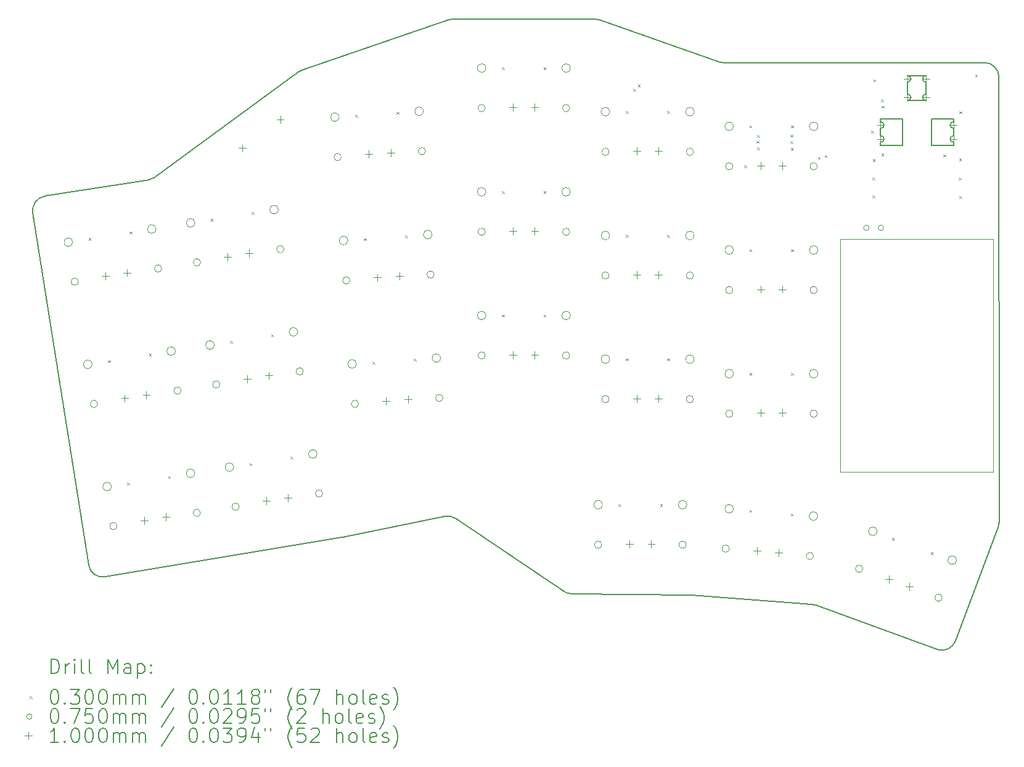
<source format=gbr>
%TF.GenerationSoftware,KiCad,Pcbnew,8.0.6*%
%TF.CreationDate,2025-08-04T21:50:54+02:00*%
%TF.ProjectId,reversible,72657665-7273-4696-926c-652e6b696361,v1.0.0*%
%TF.SameCoordinates,Original*%
%TF.FileFunction,Drillmap*%
%TF.FilePolarity,Positive*%
%FSLAX45Y45*%
G04 Gerber Fmt 4.5, Leading zero omitted, Abs format (unit mm)*
G04 Created by KiCad (PCBNEW 8.0.6) date 2025-08-04 21:50:54*
%MOMM*%
%LPD*%
G01*
G04 APERTURE LIST*
%ADD10C,0.150000*%
%ADD11C,0.050000*%
%ADD12C,0.100000*%
%ADD13C,0.200000*%
G04 APERTURE END LIST*
D10*
X21794496Y-10204945D02*
X21208312Y-11764206D01*
X17568699Y-11132756D02*
X15940906Y-11118290D01*
X21807288Y-10134485D02*
G75*
G02*
X21794496Y-10204945I-200028J-75D01*
G01*
X9533019Y-10885242D02*
G75*
G02*
X9302346Y-10719293I-33139J197232D01*
G01*
X21208312Y-11764206D02*
G75*
G02*
X20952700Y-11881767I-187212J70386D01*
G01*
X16246438Y-3217756D02*
G75*
G02*
X16313001Y-3229158I-8J-200024D01*
G01*
X17568699Y-11132756D02*
G75*
G02*
X17582624Y-11133365I-1759J-199514D01*
G01*
X21604778Y-3817756D02*
G75*
G02*
X21804784Y-4017674I2J-200004D01*
G01*
X18014955Y-3817756D02*
X21604778Y-3817756D01*
X19232156Y-11263277D02*
X17582624Y-11133366D01*
X15830788Y-11084069D02*
X14350049Y-10084569D01*
X14198669Y-10054276D02*
G75*
G02*
X14350049Y-10084570I39481J-196084D01*
G01*
X12784710Y-10338929D02*
X9533019Y-10885242D01*
X10223049Y-5389230D02*
G75*
G02*
X10135899Y-5425607I-118459J161210D01*
G01*
X12194233Y-3940619D02*
G75*
G02*
X12247984Y-3912530I118447J-161181D01*
G01*
X12791058Y-10337757D02*
G75*
G02*
X12784710Y-10338928I-39438J195857D01*
G01*
X9302344Y-10719293D02*
X8536110Y-5881481D01*
D11*
X21724000Y-6240000D02*
X21724000Y-9440000D01*
X19624000Y-9440000D01*
X19624000Y-6240000D01*
X21724000Y-6240000D01*
D10*
X21804778Y-4017674D02*
X21807288Y-10134485D01*
X10223049Y-5389230D02*
X12194233Y-3940619D01*
X14249247Y-3228505D02*
G75*
G02*
X14313932Y-3217755I64693J-189295D01*
G01*
X8702361Y-5652656D02*
X10135899Y-5425606D01*
X12247984Y-3912530D02*
X14249247Y-3228505D01*
X14198669Y-10054276D02*
X12791058Y-10337757D01*
X20952700Y-11881766D02*
X19284858Y-11274721D01*
X16313001Y-3229158D02*
X17948391Y-3806354D01*
X14313932Y-3217756D02*
X16246438Y-3217756D01*
X15940906Y-11118290D02*
G75*
G02*
X15830789Y-11084067I1784J200010D01*
G01*
X8536110Y-5881481D02*
G75*
G02*
X8702360Y-5652653I197550J31281D01*
G01*
X19232156Y-11263277D02*
G75*
G02*
X19284858Y-11274722I-15696J-199343D01*
G01*
X18014955Y-3817756D02*
G75*
G02*
X17948390Y-3806355I-5J199996D01*
G01*
D12*
X11296192Y-9377132D02*
G75*
G02*
X11176192Y-9377132I-60000J0D01*
G01*
X11176192Y-9377132D02*
G75*
G02*
X11296192Y-9377132I60000J0D01*
G01*
X11372231Y-9920361D02*
G75*
G02*
X11272231Y-9920361I-50000J0D01*
G01*
X11272231Y-9920361D02*
G75*
G02*
X11372231Y-9920361I50000J0D01*
G01*
X12441911Y-9195668D02*
G75*
G02*
X12321910Y-9195668I-60000J0D01*
G01*
X12321910Y-9195668D02*
G75*
G02*
X12441911Y-9195668I60000J0D01*
G01*
X12517950Y-9738897D02*
G75*
G02*
X12417950Y-9738897I-50000J0D01*
G01*
X12417950Y-9738897D02*
G75*
G02*
X12517950Y-9738897I50000J0D01*
G01*
X16460696Y-7892755D02*
G75*
G02*
X16340696Y-7892755I-60000J0D01*
G01*
X16340696Y-7892755D02*
G75*
G02*
X16460696Y-7892755I60000J0D01*
G01*
X16450696Y-8442756D02*
G75*
G02*
X16350697Y-8442756I-50000J0D01*
G01*
X16350697Y-8442756D02*
G75*
G02*
X16450696Y-8442756I50000J0D01*
G01*
X17620696Y-7892756D02*
G75*
G02*
X17500695Y-7892756I-60001J0D01*
G01*
X17500695Y-7892756D02*
G75*
G02*
X17620696Y-7892756I60001J0D01*
G01*
X17610696Y-8442756D02*
G75*
G02*
X17510696Y-8442756I-50000J0D01*
G01*
X17510696Y-8442756D02*
G75*
G02*
X17610696Y-8442756I50000J0D01*
G01*
X12745017Y-4566510D02*
G75*
G02*
X12625016Y-4566510I-60000J0D01*
G01*
X12625016Y-4566510D02*
G75*
G02*
X12745017Y-4566510I60000J0D01*
G01*
X12773382Y-5115170D02*
G75*
G02*
X12673382Y-5115170I-50000J0D01*
G01*
X12673382Y-5115170D02*
G75*
G02*
X12773382Y-5115170I50000J0D01*
G01*
X13902191Y-4485593D02*
G75*
G02*
X13782191Y-4485593I-60000J0D01*
G01*
X13782191Y-4485593D02*
G75*
G02*
X13902191Y-4485593I60000J0D01*
G01*
X13930556Y-5034253D02*
G75*
G02*
X13830557Y-5034253I-50000J0D01*
G01*
X13830557Y-5034253D02*
G75*
G02*
X13930556Y-5034253I50000J0D01*
G01*
X16360696Y-9892755D02*
G75*
G02*
X16240696Y-9892755I-60000J0D01*
G01*
X16240696Y-9892755D02*
G75*
G02*
X16360696Y-9892755I60000J0D01*
G01*
X16350696Y-10442755D02*
G75*
G02*
X16250697Y-10442755I-50000J0D01*
G01*
X16250697Y-10442755D02*
G75*
G02*
X16350696Y-10442755I50000J0D01*
G01*
X17520696Y-9892756D02*
G75*
G02*
X17400695Y-9892756I-60001J0D01*
G01*
X17400695Y-9892756D02*
G75*
G02*
X17520696Y-9892756I60001J0D01*
G01*
X17510696Y-10442756D02*
G75*
G02*
X17410696Y-10442756I-50000J0D01*
G01*
X17410696Y-10442756D02*
G75*
G02*
X17510696Y-10442756I50000J0D01*
G01*
X9351183Y-7964000D02*
G75*
G02*
X9231184Y-7964000I-60000J0D01*
G01*
X9231184Y-7964000D02*
G75*
G02*
X9351183Y-7964000I60000J0D01*
G01*
X9427223Y-8507229D02*
G75*
G02*
X9327223Y-8507229I-50000J0D01*
G01*
X9327223Y-8507229D02*
G75*
G02*
X9427223Y-8507229I50000J0D01*
G01*
X10496903Y-7782536D02*
G75*
G02*
X10376902Y-7782536I-60000J0D01*
G01*
X10376902Y-7782536D02*
G75*
G02*
X10496903Y-7782536I60000J0D01*
G01*
X10572942Y-8325765D02*
G75*
G02*
X10472941Y-8325765I-50000J0D01*
G01*
X10472941Y-8325765D02*
G75*
G02*
X10572942Y-8325765I50000J0D01*
G01*
X18160696Y-4692755D02*
G75*
G02*
X18040696Y-4692755I-60000J0D01*
G01*
X18040696Y-4692755D02*
G75*
G02*
X18160696Y-4692755I60000J0D01*
G01*
X18150696Y-5242756D02*
G75*
G02*
X18050697Y-5242756I-50000J0D01*
G01*
X18050697Y-5242756D02*
G75*
G02*
X18150696Y-5242756I50000J0D01*
G01*
X19320696Y-4692756D02*
G75*
G02*
X19200695Y-4692756I-60001J0D01*
G01*
X19200695Y-4692756D02*
G75*
G02*
X19320696Y-4692756I60001J0D01*
G01*
X19310696Y-5242756D02*
G75*
G02*
X19210696Y-5242756I-50000J0D01*
G01*
X19210696Y-5242756D02*
G75*
G02*
X19310696Y-5242756I50000J0D01*
G01*
X12863603Y-6262369D02*
G75*
G02*
X12743603Y-6262369I-60000J0D01*
G01*
X12743603Y-6262369D02*
G75*
G02*
X12863603Y-6262369I60000J0D01*
G01*
X12891969Y-6811029D02*
G75*
G02*
X12791969Y-6811029I-50000J0D01*
G01*
X12791969Y-6811029D02*
G75*
G02*
X12891969Y-6811029I50000J0D01*
G01*
X14020777Y-6181451D02*
G75*
G02*
X13900777Y-6181451I-60000J0D01*
G01*
X13900777Y-6181451D02*
G75*
G02*
X14020777Y-6181451I60000J0D01*
G01*
X14049143Y-6730112D02*
G75*
G02*
X13949143Y-6730112I-50000J0D01*
G01*
X13949143Y-6730112D02*
G75*
G02*
X14049143Y-6730112I50000J0D01*
G01*
X12982189Y-7958228D02*
G75*
G02*
X12862189Y-7958228I-60000J0D01*
G01*
X12862189Y-7958228D02*
G75*
G02*
X12982189Y-7958228I60000J0D01*
G01*
X13010555Y-8506888D02*
G75*
G02*
X12910555Y-8506888I-50000J0D01*
G01*
X12910555Y-8506888D02*
G75*
G02*
X13010555Y-8506888I50000J0D01*
G01*
X14139363Y-7877311D02*
G75*
G02*
X14019363Y-7877311I-60000J0D01*
G01*
X14019363Y-7877311D02*
G75*
G02*
X14139363Y-7877311I60000J0D01*
G01*
X14167729Y-8425971D02*
G75*
G02*
X14067729Y-8425971I-50000J0D01*
G01*
X14067729Y-8425971D02*
G75*
G02*
X14167729Y-8425971I50000J0D01*
G01*
X16460696Y-4492755D02*
G75*
G02*
X16340696Y-4492755I-60000J0D01*
G01*
X16340696Y-4492755D02*
G75*
G02*
X16460696Y-4492755I60000J0D01*
G01*
X16450696Y-5042756D02*
G75*
G02*
X16350697Y-5042756I-50000J0D01*
G01*
X16350697Y-5042756D02*
G75*
G02*
X16450696Y-5042756I50000J0D01*
G01*
X17620696Y-4492756D02*
G75*
G02*
X17500695Y-4492756I-60001J0D01*
G01*
X17500695Y-4492756D02*
G75*
G02*
X17620696Y-4492756I60001J0D01*
G01*
X17610696Y-5042756D02*
G75*
G02*
X17510696Y-5042756I-50000J0D01*
G01*
X17510696Y-5042756D02*
G75*
G02*
X17610696Y-5042756I50000J0D01*
G01*
X14760696Y-5592755D02*
G75*
G02*
X14640696Y-5592755I-60000J0D01*
G01*
X14640696Y-5592755D02*
G75*
G02*
X14760696Y-5592755I60000J0D01*
G01*
X14750696Y-6142755D02*
G75*
G02*
X14650697Y-6142755I-50000J0D01*
G01*
X14650697Y-6142755D02*
G75*
G02*
X14750696Y-6142755I50000J0D01*
G01*
X15920696Y-5592756D02*
G75*
G02*
X15800695Y-5592756I-60001J0D01*
G01*
X15800695Y-5592756D02*
G75*
G02*
X15920696Y-5592756I60001J0D01*
G01*
X15910696Y-6142756D02*
G75*
G02*
X15810696Y-6142756I-50000J0D01*
G01*
X15810696Y-6142756D02*
G75*
G02*
X15910696Y-6142756I50000J0D01*
G01*
X18160697Y-6392755D02*
G75*
G02*
X18040696Y-6392755I-60000J0D01*
G01*
X18040696Y-6392755D02*
G75*
G02*
X18160697Y-6392755I60000J0D01*
G01*
X18150696Y-6942755D02*
G75*
G02*
X18050697Y-6942755I-50000J0D01*
G01*
X18050697Y-6942755D02*
G75*
G02*
X18150696Y-6942755I50000J0D01*
G01*
X19320696Y-6392756D02*
G75*
G02*
X19200695Y-6392756I-60001J0D01*
G01*
X19200695Y-6392756D02*
G75*
G02*
X19320696Y-6392756I60001J0D01*
G01*
X19310696Y-6942756D02*
G75*
G02*
X19210696Y-6942756I-50000J0D01*
G01*
X19210696Y-6942756D02*
G75*
G02*
X19310696Y-6942756I50000J0D01*
G01*
X16460696Y-6192756D02*
G75*
G02*
X16340696Y-6192756I-60000J0D01*
G01*
X16340696Y-6192756D02*
G75*
G02*
X16460696Y-6192756I60000J0D01*
G01*
X16450696Y-6742756D02*
G75*
G02*
X16350697Y-6742756I-50000J0D01*
G01*
X16350697Y-6742756D02*
G75*
G02*
X16450696Y-6742756I50000J0D01*
G01*
X17620696Y-6192756D02*
G75*
G02*
X17500695Y-6192756I-60001J0D01*
G01*
X17500695Y-6192756D02*
G75*
G02*
X17620696Y-6192756I60001J0D01*
G01*
X17610696Y-6742757D02*
G75*
G02*
X17510696Y-6742757I-50000J0D01*
G01*
X17510696Y-6742757D02*
G75*
G02*
X17610696Y-6742757I50000J0D01*
G01*
X9085245Y-6284930D02*
G75*
G02*
X8965245Y-6284930I-60000J0D01*
G01*
X8965245Y-6284930D02*
G75*
G02*
X9085245Y-6284930I60000J0D01*
G01*
X9161284Y-6828159D02*
G75*
G02*
X9061284Y-6828159I-50000J0D01*
G01*
X9061284Y-6828159D02*
G75*
G02*
X9161284Y-6828159I50000J0D01*
G01*
X10230964Y-6103466D02*
G75*
G02*
X10110963Y-6103466I-60000J0D01*
G01*
X10110963Y-6103466D02*
G75*
G02*
X10230964Y-6103466I60000J0D01*
G01*
X10307003Y-6646695D02*
G75*
G02*
X10207002Y-6646695I-50000J0D01*
G01*
X10207002Y-6646695D02*
G75*
G02*
X10307003Y-6646695I50000J0D01*
G01*
X14760696Y-3892755D02*
G75*
G02*
X14640696Y-3892755I-60000J0D01*
G01*
X14640696Y-3892755D02*
G75*
G02*
X14760696Y-3892755I60000J0D01*
G01*
X14750696Y-4442756D02*
G75*
G02*
X14650697Y-4442756I-50000J0D01*
G01*
X14650697Y-4442756D02*
G75*
G02*
X14750696Y-4442756I50000J0D01*
G01*
X15920696Y-3892756D02*
G75*
G02*
X15800695Y-3892756I-60001J0D01*
G01*
X15800695Y-3892756D02*
G75*
G02*
X15920696Y-3892756I60001J0D01*
G01*
X15910696Y-4442756D02*
G75*
G02*
X15810696Y-4442756I-50000J0D01*
G01*
X15810696Y-4442756D02*
G75*
G02*
X15910696Y-4442756I50000J0D01*
G01*
X18160696Y-8092755D02*
G75*
G02*
X18040696Y-8092755I-60000J0D01*
G01*
X18040696Y-8092755D02*
G75*
G02*
X18160696Y-8092755I60000J0D01*
G01*
X18150696Y-8642755D02*
G75*
G02*
X18050697Y-8642755I-50000J0D01*
G01*
X18050697Y-8642755D02*
G75*
G02*
X18150696Y-8642755I50000J0D01*
G01*
X19320696Y-8092756D02*
G75*
G02*
X19200695Y-8092756I-60001J0D01*
G01*
X19200695Y-8092756D02*
G75*
G02*
X19320696Y-8092756I60001J0D01*
G01*
X19310696Y-8642756D02*
G75*
G02*
X19210696Y-8642756I-50000J0D01*
G01*
X19210696Y-8642756D02*
G75*
G02*
X19310696Y-8642756I50000J0D01*
G01*
X10764315Y-6018991D02*
G75*
G02*
X10644315Y-6018991I-60000J0D01*
G01*
X10644315Y-6018991D02*
G75*
G02*
X10764315Y-6018991I60000J0D01*
G01*
X10840354Y-6562220D02*
G75*
G02*
X10740354Y-6562220I-50000J0D01*
G01*
X10740354Y-6562220D02*
G75*
G02*
X10840354Y-6562220I50000J0D01*
G01*
X11910034Y-5837527D02*
G75*
G02*
X11790033Y-5837527I-60000J0D01*
G01*
X11790033Y-5837527D02*
G75*
G02*
X11910034Y-5837527I60000J0D01*
G01*
X11986073Y-6380756D02*
G75*
G02*
X11886072Y-6380756I-50000J0D01*
G01*
X11886072Y-6380756D02*
G75*
G02*
X11986073Y-6380756I50000J0D01*
G01*
X19934819Y-10774771D02*
G75*
G02*
X19834821Y-10774771I-49999J0D01*
G01*
X19834821Y-10774771D02*
G75*
G02*
X19934819Y-10774771I49999J0D01*
G01*
X20132931Y-10257940D02*
G75*
G02*
X20012930Y-10257940I-60000J0D01*
G01*
X20012930Y-10257940D02*
G75*
G02*
X20132931Y-10257940I60000J0D01*
G01*
X21024862Y-11171514D02*
G75*
G02*
X20924863Y-11171514I-50000J0D01*
G01*
X20924863Y-11171514D02*
G75*
G02*
X21024862Y-11171514I50000J0D01*
G01*
X21222974Y-10654683D02*
G75*
G02*
X21102974Y-10654683I-60000J0D01*
G01*
X21102974Y-10654683D02*
G75*
G02*
X21222974Y-10654683I60000J0D01*
G01*
X14760696Y-7292755D02*
G75*
G02*
X14640696Y-7292755I-60000J0D01*
G01*
X14640696Y-7292755D02*
G75*
G02*
X14760696Y-7292755I60000J0D01*
G01*
X14750696Y-7842755D02*
G75*
G02*
X14650697Y-7842755I-50000J0D01*
G01*
X14650697Y-7842755D02*
G75*
G02*
X14750696Y-7842755I50000J0D01*
G01*
X15920696Y-7292756D02*
G75*
G02*
X15800695Y-7292756I-60001J0D01*
G01*
X15800695Y-7292756D02*
G75*
G02*
X15920696Y-7292756I60001J0D01*
G01*
X15910696Y-7842756D02*
G75*
G02*
X15810696Y-7842756I-50000J0D01*
G01*
X15810696Y-7842756D02*
G75*
G02*
X15910696Y-7842756I50000J0D01*
G01*
D10*
X20180696Y-4821406D02*
X20180696Y-4720906D01*
X20180696Y-4630906D02*
X20180696Y-4587756D01*
X20180696Y-4957756D02*
X20180696Y-4911406D01*
X20180696Y-4587756D02*
X20480696Y-4587756D01*
X20480696Y-4957756D02*
X20180696Y-4957756D01*
X20480696Y-4587756D02*
X20480696Y-4957756D01*
X20548196Y-4249906D02*
X20548196Y-4085906D01*
X20548196Y-3995906D02*
X20802196Y-3995906D01*
X20802196Y-4339906D02*
X20548196Y-4339906D01*
X20802196Y-4085906D02*
X20802196Y-4249906D01*
X20880696Y-4957756D02*
X21180696Y-4957756D01*
X20880696Y-4587756D02*
X20880696Y-4957756D01*
X21180696Y-4630906D02*
X21180696Y-4587756D01*
X21180696Y-4821406D02*
X21180696Y-4720906D01*
X21180696Y-4587756D02*
X20880696Y-4587756D01*
X21180696Y-4957756D02*
X21180696Y-4911407D01*
X20180696Y-4821406D02*
G75*
G02*
X20180696Y-4911406I0J-45000D01*
G01*
X20180696Y-4630906D02*
G75*
G02*
X20180696Y-4720906I-1J-45000D01*
G01*
X20548196Y-4249906D02*
G75*
G02*
X20548196Y-4339906I0J-45000D01*
G01*
X20548196Y-3995906D02*
G75*
G02*
X20548196Y-4085906I0J-45000D01*
G01*
X20802196Y-4339906D02*
G75*
G02*
X20802196Y-4249906I1J45000D01*
G01*
X20802196Y-4085906D02*
G75*
G02*
X20802196Y-3995906I0J45000D01*
G01*
X21180696Y-4911407D02*
G75*
G02*
X21180696Y-4821406I0J45001D01*
G01*
X21180696Y-4720906D02*
G75*
G02*
X21180696Y-4630906I-1J45000D01*
G01*
D12*
X9617122Y-9643070D02*
G75*
G02*
X9497122Y-9643070I-60000J0D01*
G01*
X9497122Y-9643070D02*
G75*
G02*
X9617122Y-9643070I60000J0D01*
G01*
X9693162Y-10186299D02*
G75*
G02*
X9593162Y-10186299I-50000J0D01*
G01*
X9593162Y-10186299D02*
G75*
G02*
X9693162Y-10186299I50000J0D01*
G01*
X10762841Y-9461606D02*
G75*
G02*
X10642840Y-9461606I-60000J0D01*
G01*
X10642840Y-9461606D02*
G75*
G02*
X10762841Y-9461606I60000J0D01*
G01*
X10838881Y-10004835D02*
G75*
G02*
X10738880Y-10004835I-50000J0D01*
G01*
X10738880Y-10004835D02*
G75*
G02*
X10838881Y-10004835I50000J0D01*
G01*
X11030254Y-7698061D02*
G75*
G02*
X10910254Y-7698061I-60000J0D01*
G01*
X10910254Y-7698061D02*
G75*
G02*
X11030254Y-7698061I60000J0D01*
G01*
X11106293Y-8241290D02*
G75*
G02*
X11006293Y-8241290I-50000J0D01*
G01*
X11006293Y-8241290D02*
G75*
G02*
X11106293Y-8241290I50000J0D01*
G01*
X12175973Y-7516598D02*
G75*
G02*
X12055972Y-7516598I-60000J0D01*
G01*
X12055972Y-7516598D02*
G75*
G02*
X12175973Y-7516598I60000J0D01*
G01*
X12252012Y-8059826D02*
G75*
G02*
X12152012Y-8059826I-50000J0D01*
G01*
X12152012Y-8059826D02*
G75*
G02*
X12252012Y-8059826I50000J0D01*
G01*
X18102904Y-10496992D02*
G75*
G02*
X18002904Y-10496992I-50000J0D01*
G01*
X18002904Y-10496992D02*
G75*
G02*
X18102904Y-10496992I50000J0D01*
G01*
X18160839Y-9949085D02*
G75*
G02*
X18040840Y-9949085I-60000J0D01*
G01*
X18040840Y-9949085D02*
G75*
G02*
X18160839Y-9949085I60000J0D01*
G01*
X19258490Y-10598092D02*
G75*
G02*
X19158490Y-10598092I-50000J0D01*
G01*
X19158490Y-10598092D02*
G75*
G02*
X19258490Y-10598092I50000J0D01*
G01*
X19316426Y-10050185D02*
G75*
G02*
X19196426Y-10050185I-60000J0D01*
G01*
X19196426Y-10050185D02*
G75*
G02*
X19316426Y-10050185I60000J0D01*
G01*
D13*
D12*
X9302395Y-6228720D02*
X9332395Y-6258720D01*
X9332395Y-6228720D02*
X9302395Y-6258720D01*
X9568334Y-7907791D02*
X9598334Y-7937791D01*
X9598334Y-7907791D02*
X9568334Y-7937791D01*
X9834272Y-9586861D02*
X9864272Y-9616861D01*
X9864272Y-9586861D02*
X9834272Y-9616861D01*
X9865378Y-6139553D02*
X9895378Y-6169553D01*
X9895378Y-6139553D02*
X9865378Y-6169553D01*
X10131317Y-7818623D02*
X10161317Y-7848623D01*
X10161317Y-7818623D02*
X10131317Y-7848623D01*
X10397255Y-9497694D02*
X10427255Y-9527694D01*
X10427255Y-9497694D02*
X10397255Y-9527694D01*
X10981465Y-5962782D02*
X11011465Y-5992782D01*
X11011465Y-5962782D02*
X10981465Y-5992782D01*
X11247404Y-7641852D02*
X11277404Y-7671852D01*
X11277404Y-7641852D02*
X11247404Y-7671852D01*
X11513343Y-9320922D02*
X11543343Y-9350922D01*
X11543343Y-9320922D02*
X11513343Y-9350922D01*
X11544448Y-5873614D02*
X11574448Y-5903614D01*
X11574448Y-5873614D02*
X11544448Y-5903614D01*
X11810387Y-7552684D02*
X11840387Y-7582684D01*
X11840387Y-7552684D02*
X11810387Y-7582684D01*
X12076325Y-9231755D02*
X12106325Y-9261755D01*
X12106325Y-9231755D02*
X12076325Y-9261755D01*
X12964647Y-4535920D02*
X12994647Y-4565920D01*
X12994647Y-4535920D02*
X12964647Y-4565920D01*
X13083233Y-6231779D02*
X13113233Y-6261779D01*
X13113233Y-6231779D02*
X13083233Y-6261779D01*
X13201819Y-7927637D02*
X13231819Y-7957637D01*
X13231819Y-7927637D02*
X13201819Y-7957637D01*
X13533258Y-4496159D02*
X13563258Y-4526159D01*
X13563258Y-4496159D02*
X13533258Y-4526159D01*
X13651845Y-6192017D02*
X13681845Y-6222017D01*
X13681845Y-6192017D02*
X13651845Y-6222017D01*
X13770431Y-7887877D02*
X13800431Y-7917877D01*
X13800431Y-7887877D02*
X13770431Y-7917877D01*
X14980696Y-7282756D02*
X15010696Y-7312756D01*
X15010696Y-7282756D02*
X14980696Y-7312756D01*
X14980696Y-3882756D02*
X15010696Y-3912756D01*
X15010696Y-3882756D02*
X14980696Y-3912756D01*
X14980696Y-5582756D02*
X15010696Y-5612756D01*
X15010696Y-5582756D02*
X14980696Y-5612756D01*
X15550696Y-5582756D02*
X15580696Y-5612756D01*
X15580696Y-5582756D02*
X15550696Y-5612756D01*
X15550696Y-3882756D02*
X15580696Y-3912756D01*
X15580696Y-3882756D02*
X15550696Y-3912756D01*
X15550696Y-7282756D02*
X15580696Y-7312756D01*
X15580696Y-7282756D02*
X15550696Y-7312756D01*
X16580696Y-9882756D02*
X16610696Y-9912756D01*
X16610696Y-9882756D02*
X16580696Y-9912756D01*
X16680696Y-7882756D02*
X16710696Y-7912756D01*
X16710696Y-7882756D02*
X16680696Y-7912756D01*
X16680696Y-4482756D02*
X16710696Y-4512756D01*
X16710696Y-4482756D02*
X16680696Y-4512756D01*
X16680696Y-6182756D02*
X16710696Y-6212756D01*
X16710696Y-6182756D02*
X16680696Y-6212756D01*
X16785000Y-4177000D02*
X16815000Y-4207000D01*
X16815000Y-4177000D02*
X16785000Y-4207000D01*
X16846000Y-4118000D02*
X16876000Y-4148000D01*
X16876000Y-4118000D02*
X16846000Y-4148000D01*
X17150696Y-9882756D02*
X17180696Y-9912756D01*
X17180696Y-9882756D02*
X17150696Y-9912756D01*
X17250696Y-6182756D02*
X17280696Y-6212756D01*
X17280696Y-6182756D02*
X17250696Y-6212756D01*
X17250696Y-7882756D02*
X17280696Y-7912756D01*
X17280696Y-7882756D02*
X17250696Y-7912756D01*
X17250696Y-4482756D02*
X17280696Y-4512756D01*
X17280696Y-4482756D02*
X17250696Y-4512756D01*
X18307000Y-5227000D02*
X18337000Y-5257000D01*
X18337000Y-5227000D02*
X18307000Y-5257000D01*
X18379282Y-9964776D02*
X18409282Y-9994776D01*
X18409282Y-9964776D02*
X18379282Y-9994776D01*
X18380696Y-8082756D02*
X18410696Y-8112756D01*
X18410696Y-8082756D02*
X18380696Y-8112756D01*
X18380696Y-4682756D02*
X18410696Y-4712756D01*
X18410696Y-4682756D02*
X18380696Y-4712756D01*
X18380696Y-6382756D02*
X18410696Y-6412756D01*
X18410696Y-6382756D02*
X18380696Y-6412756D01*
X18479000Y-4892000D02*
X18509000Y-4922000D01*
X18509000Y-4892000D02*
X18479000Y-4922000D01*
X18483000Y-4811000D02*
X18513000Y-4841000D01*
X18513000Y-4811000D02*
X18483000Y-4841000D01*
X18483500Y-4981500D02*
X18513500Y-5011500D01*
X18513500Y-4981500D02*
X18483500Y-5011500D01*
X18941000Y-4810000D02*
X18971000Y-4840000D01*
X18971000Y-4810000D02*
X18941000Y-4840000D01*
X18942000Y-4898000D02*
X18972000Y-4928000D01*
X18972000Y-4898000D02*
X18942000Y-4928000D01*
X18945000Y-4989000D02*
X18975000Y-5019000D01*
X18975000Y-4989000D02*
X18945000Y-5019000D01*
X18947113Y-10014455D02*
X18977113Y-10044455D01*
X18977113Y-10014455D02*
X18947113Y-10044455D01*
X18950696Y-8082755D02*
X18980696Y-8112755D01*
X18980696Y-8082755D02*
X18950696Y-8112755D01*
X18950696Y-6382756D02*
X18980696Y-6412756D01*
X18980696Y-6382756D02*
X18950696Y-6412756D01*
X18950697Y-4682756D02*
X18980697Y-4712756D01*
X18980697Y-4682756D02*
X18950697Y-4712756D01*
X19321000Y-5114000D02*
X19351000Y-5144000D01*
X19351000Y-5114000D02*
X19321000Y-5144000D01*
X19412000Y-5087000D02*
X19442000Y-5117000D01*
X19442000Y-5087000D02*
X19412000Y-5117000D01*
X20051000Y-4752000D02*
X20081000Y-4782000D01*
X20081000Y-4752000D02*
X20051000Y-4782000D01*
X20068000Y-5644000D02*
X20098000Y-5674000D01*
X20098000Y-5644000D02*
X20068000Y-5674000D01*
X20069000Y-5397000D02*
X20099000Y-5427000D01*
X20099000Y-5397000D02*
X20069000Y-5427000D01*
X20072000Y-5143000D02*
X20102000Y-5173000D01*
X20102000Y-5143000D02*
X20072000Y-5173000D01*
X20080000Y-4046000D02*
X20110000Y-4076000D01*
X20110000Y-4046000D02*
X20080000Y-4076000D01*
X20185000Y-4321000D02*
X20215000Y-4351000D01*
X20215000Y-4321000D02*
X20185000Y-4351000D01*
X20193000Y-5068000D02*
X20223000Y-5098000D01*
X20223000Y-5068000D02*
X20193000Y-5098000D01*
X20196000Y-4411000D02*
X20226000Y-4441000D01*
X20226000Y-4411000D02*
X20196000Y-4441000D01*
X20333430Y-10348534D02*
X20363430Y-10378534D01*
X20363430Y-10348534D02*
X20333430Y-10378534D01*
X20869055Y-10543485D02*
X20899055Y-10573485D01*
X20899055Y-10543485D02*
X20869055Y-10573485D01*
X21040000Y-5081000D02*
X21070000Y-5111000D01*
X21070000Y-5081000D02*
X21040000Y-5111000D01*
X21256000Y-5397000D02*
X21286000Y-5427000D01*
X21286000Y-5397000D02*
X21256000Y-5427000D01*
X21260000Y-5135000D02*
X21290000Y-5165000D01*
X21290000Y-5135000D02*
X21260000Y-5165000D01*
X21261000Y-5652000D02*
X21291000Y-5682000D01*
X21291000Y-5652000D02*
X21261000Y-5682000D01*
X21261000Y-4488000D02*
X21291000Y-4518000D01*
X21291000Y-4488000D02*
X21261000Y-4518000D01*
X21479000Y-3981000D02*
X21509000Y-4011000D01*
X21509000Y-3981000D02*
X21479000Y-4011000D01*
X20020500Y-6087000D02*
G75*
G02*
X19945500Y-6087000I-37500J0D01*
G01*
X19945500Y-6087000D02*
G75*
G02*
X20020500Y-6087000I37500J0D01*
G01*
X20220500Y-6087000D02*
G75*
G02*
X20145500Y-6087000I-37500J0D01*
G01*
X20145500Y-6087000D02*
G75*
G02*
X20220500Y-6087000I37500J0D01*
G01*
X9534426Y-6701015D02*
X9534426Y-6801015D01*
X9484426Y-6751015D02*
X9584426Y-6751015D01*
X9800365Y-8380085D02*
X9800365Y-8480085D01*
X9750365Y-8430085D02*
X9850365Y-8430085D01*
X9830732Y-6654085D02*
X9830732Y-6754085D01*
X9780732Y-6704085D02*
X9880732Y-6704085D01*
X10066303Y-10059155D02*
X10066303Y-10159155D01*
X10016303Y-10109155D02*
X10116303Y-10109155D01*
X10096671Y-8333155D02*
X10096671Y-8433155D01*
X10046671Y-8383155D02*
X10146671Y-8383155D01*
X10362610Y-10012225D02*
X10362610Y-10112225D01*
X10312610Y-10062225D02*
X10412610Y-10062225D01*
X11213496Y-6435076D02*
X11213496Y-6535076D01*
X11163496Y-6485076D02*
X11263496Y-6485076D01*
X11415562Y-4942671D02*
X11415562Y-5042671D01*
X11365562Y-4992671D02*
X11465562Y-4992671D01*
X11479435Y-8114146D02*
X11479435Y-8214146D01*
X11429435Y-8164146D02*
X11529435Y-8164146D01*
X11509802Y-6388146D02*
X11509802Y-6488146D01*
X11459802Y-6438146D02*
X11559802Y-6438146D01*
X11745373Y-9793217D02*
X11745373Y-9893217D01*
X11695373Y-9843217D02*
X11795373Y-9843217D01*
X11775741Y-8067216D02*
X11775741Y-8167216D01*
X11725741Y-8117216D02*
X11825741Y-8117216D01*
X11934676Y-4551491D02*
X11934676Y-4651491D01*
X11884676Y-4601491D02*
X11984676Y-4601491D01*
X12041679Y-9746287D02*
X12041679Y-9846287D01*
X11991679Y-9796287D02*
X12091679Y-9796287D01*
X13151637Y-5025200D02*
X13151637Y-5125200D01*
X13101637Y-5075200D02*
X13201637Y-5075200D01*
X13270224Y-6721058D02*
X13270224Y-6821058D01*
X13220224Y-6771058D02*
X13320224Y-6771058D01*
X13388810Y-8416918D02*
X13388810Y-8516918D01*
X13338810Y-8466918D02*
X13438810Y-8466918D01*
X13450907Y-5004273D02*
X13450907Y-5104273D01*
X13400907Y-5054273D02*
X13500907Y-5054273D01*
X13569494Y-6700132D02*
X13569494Y-6800132D01*
X13519494Y-6750132D02*
X13619494Y-6750132D01*
X13688079Y-8395991D02*
X13688079Y-8495991D01*
X13638079Y-8445991D02*
X13738079Y-8445991D01*
X15130696Y-6082756D02*
X15130696Y-6182756D01*
X15080696Y-6132756D02*
X15180696Y-6132756D01*
X15130696Y-4382756D02*
X15130696Y-4482756D01*
X15080696Y-4432756D02*
X15180696Y-4432756D01*
X15130696Y-7782756D02*
X15130696Y-7882756D01*
X15080696Y-7832756D02*
X15180696Y-7832756D01*
X15430696Y-6082756D02*
X15430696Y-6182756D01*
X15380696Y-6132756D02*
X15480696Y-6132756D01*
X15430696Y-4382756D02*
X15430696Y-4482756D01*
X15380696Y-4432756D02*
X15480696Y-4432756D01*
X15430696Y-7782756D02*
X15430696Y-7882756D01*
X15380696Y-7832756D02*
X15480696Y-7832756D01*
X16730696Y-10382756D02*
X16730696Y-10482756D01*
X16680696Y-10432756D02*
X16780696Y-10432756D01*
X16830696Y-8382756D02*
X16830696Y-8482756D01*
X16780696Y-8432756D02*
X16880696Y-8432756D01*
X16830696Y-6682756D02*
X16830696Y-6782756D01*
X16780696Y-6732756D02*
X16880696Y-6732756D01*
X16830696Y-4982756D02*
X16830696Y-5082756D01*
X16780696Y-5032756D02*
X16880696Y-5032756D01*
X17030696Y-10382756D02*
X17030696Y-10482756D01*
X16980696Y-10432756D02*
X17080696Y-10432756D01*
X17130696Y-8382756D02*
X17130696Y-8482756D01*
X17080696Y-8432756D02*
X17180696Y-8432756D01*
X17130696Y-6682757D02*
X17130696Y-6782757D01*
X17080696Y-6732757D02*
X17180696Y-6732757D01*
X17130696Y-4982756D02*
X17130696Y-5082756D01*
X17080696Y-5032756D02*
X17180696Y-5032756D01*
X18482139Y-10474507D02*
X18482139Y-10574507D01*
X18432139Y-10524507D02*
X18532139Y-10524507D01*
X18530696Y-8582756D02*
X18530696Y-8682756D01*
X18480696Y-8632756D02*
X18580696Y-8632756D01*
X18530696Y-5182756D02*
X18530696Y-5282756D01*
X18480696Y-5232756D02*
X18580696Y-5232756D01*
X18530696Y-6882756D02*
X18530696Y-6982756D01*
X18480696Y-6932756D02*
X18580696Y-6932756D01*
X18780998Y-10500653D02*
X18780998Y-10600653D01*
X18730998Y-10550653D02*
X18830998Y-10550653D01*
X18830696Y-8582756D02*
X18830696Y-8682756D01*
X18780696Y-8632756D02*
X18880696Y-8632756D01*
X18830696Y-5182756D02*
X18830696Y-5282756D01*
X18780696Y-5232756D02*
X18880696Y-5232756D01*
X18830697Y-6882756D02*
X18830697Y-6982756D01*
X18780697Y-6932756D02*
X18880697Y-6932756D01*
X20180696Y-4625906D02*
X20180696Y-4725906D01*
X20130696Y-4675906D02*
X20230696Y-4675906D01*
X20180696Y-4816406D02*
X20180696Y-4916406D01*
X20130696Y-4866406D02*
X20230696Y-4866406D01*
X20292308Y-10862442D02*
X20292308Y-10962442D01*
X20242308Y-10912442D02*
X20342308Y-10912442D01*
X20548196Y-3990906D02*
X20548196Y-4090906D01*
X20498196Y-4040906D02*
X20598196Y-4040906D01*
X20548196Y-4244906D02*
X20548196Y-4344906D01*
X20498196Y-4294906D02*
X20598196Y-4294906D01*
X20574216Y-10965048D02*
X20574216Y-11065048D01*
X20524216Y-11015048D02*
X20624216Y-11015048D01*
X20802195Y-4244906D02*
X20802195Y-4344906D01*
X20752195Y-4294906D02*
X20852195Y-4294906D01*
X20802196Y-3990906D02*
X20802196Y-4090906D01*
X20752196Y-4040906D02*
X20852196Y-4040906D01*
X21180696Y-4816405D02*
X21180696Y-4916405D01*
X21130696Y-4866405D02*
X21230696Y-4866405D01*
X21180696Y-4625906D02*
X21180696Y-4725906D01*
X21130696Y-4675906D02*
X21230696Y-4675906D01*
D13*
X8786926Y-12212810D02*
X8786926Y-12012810D01*
X8786926Y-12012810D02*
X8834545Y-12012810D01*
X8834545Y-12012810D02*
X8863116Y-12022334D01*
X8863116Y-12022334D02*
X8882164Y-12041382D01*
X8882164Y-12041382D02*
X8891688Y-12060429D01*
X8891688Y-12060429D02*
X8901211Y-12098524D01*
X8901211Y-12098524D02*
X8901211Y-12127096D01*
X8901211Y-12127096D02*
X8891688Y-12165191D01*
X8891688Y-12165191D02*
X8882164Y-12184239D01*
X8882164Y-12184239D02*
X8863116Y-12203286D01*
X8863116Y-12203286D02*
X8834545Y-12212810D01*
X8834545Y-12212810D02*
X8786926Y-12212810D01*
X8986926Y-12212810D02*
X8986926Y-12079477D01*
X8986926Y-12117572D02*
X8996449Y-12098524D01*
X8996449Y-12098524D02*
X9005973Y-12089001D01*
X9005973Y-12089001D02*
X9025021Y-12079477D01*
X9025021Y-12079477D02*
X9044069Y-12079477D01*
X9110735Y-12212810D02*
X9110735Y-12079477D01*
X9110735Y-12012810D02*
X9101211Y-12022334D01*
X9101211Y-12022334D02*
X9110735Y-12031858D01*
X9110735Y-12031858D02*
X9120259Y-12022334D01*
X9120259Y-12022334D02*
X9110735Y-12012810D01*
X9110735Y-12012810D02*
X9110735Y-12031858D01*
X9234545Y-12212810D02*
X9215497Y-12203286D01*
X9215497Y-12203286D02*
X9205973Y-12184239D01*
X9205973Y-12184239D02*
X9205973Y-12012810D01*
X9339307Y-12212810D02*
X9320259Y-12203286D01*
X9320259Y-12203286D02*
X9310735Y-12184239D01*
X9310735Y-12184239D02*
X9310735Y-12012810D01*
X9567878Y-12212810D02*
X9567878Y-12012810D01*
X9567878Y-12012810D02*
X9634545Y-12155667D01*
X9634545Y-12155667D02*
X9701211Y-12012810D01*
X9701211Y-12012810D02*
X9701211Y-12212810D01*
X9882164Y-12212810D02*
X9882164Y-12108048D01*
X9882164Y-12108048D02*
X9872640Y-12089001D01*
X9872640Y-12089001D02*
X9853592Y-12079477D01*
X9853592Y-12079477D02*
X9815497Y-12079477D01*
X9815497Y-12079477D02*
X9796449Y-12089001D01*
X9882164Y-12203286D02*
X9863116Y-12212810D01*
X9863116Y-12212810D02*
X9815497Y-12212810D01*
X9815497Y-12212810D02*
X9796449Y-12203286D01*
X9796449Y-12203286D02*
X9786926Y-12184239D01*
X9786926Y-12184239D02*
X9786926Y-12165191D01*
X9786926Y-12165191D02*
X9796449Y-12146143D01*
X9796449Y-12146143D02*
X9815497Y-12136620D01*
X9815497Y-12136620D02*
X9863116Y-12136620D01*
X9863116Y-12136620D02*
X9882164Y-12127096D01*
X9977402Y-12079477D02*
X9977402Y-12279477D01*
X9977402Y-12089001D02*
X9996449Y-12079477D01*
X9996449Y-12079477D02*
X10034545Y-12079477D01*
X10034545Y-12079477D02*
X10053592Y-12089001D01*
X10053592Y-12089001D02*
X10063116Y-12098524D01*
X10063116Y-12098524D02*
X10072640Y-12117572D01*
X10072640Y-12117572D02*
X10072640Y-12174715D01*
X10072640Y-12174715D02*
X10063116Y-12193762D01*
X10063116Y-12193762D02*
X10053592Y-12203286D01*
X10053592Y-12203286D02*
X10034545Y-12212810D01*
X10034545Y-12212810D02*
X9996449Y-12212810D01*
X9996449Y-12212810D02*
X9977402Y-12203286D01*
X10158354Y-12193762D02*
X10167878Y-12203286D01*
X10167878Y-12203286D02*
X10158354Y-12212810D01*
X10158354Y-12212810D02*
X10148830Y-12203286D01*
X10148830Y-12203286D02*
X10158354Y-12193762D01*
X10158354Y-12193762D02*
X10158354Y-12212810D01*
X10158354Y-12089001D02*
X10167878Y-12098524D01*
X10167878Y-12098524D02*
X10158354Y-12108048D01*
X10158354Y-12108048D02*
X10148830Y-12098524D01*
X10148830Y-12098524D02*
X10158354Y-12089001D01*
X10158354Y-12089001D02*
X10158354Y-12108048D01*
D12*
X8496149Y-12526326D02*
X8526149Y-12556326D01*
X8526149Y-12526326D02*
X8496149Y-12556326D01*
D13*
X8825021Y-12432810D02*
X8844069Y-12432810D01*
X8844069Y-12432810D02*
X8863116Y-12442334D01*
X8863116Y-12442334D02*
X8872640Y-12451858D01*
X8872640Y-12451858D02*
X8882164Y-12470905D01*
X8882164Y-12470905D02*
X8891688Y-12509001D01*
X8891688Y-12509001D02*
X8891688Y-12556620D01*
X8891688Y-12556620D02*
X8882164Y-12594715D01*
X8882164Y-12594715D02*
X8872640Y-12613762D01*
X8872640Y-12613762D02*
X8863116Y-12623286D01*
X8863116Y-12623286D02*
X8844069Y-12632810D01*
X8844069Y-12632810D02*
X8825021Y-12632810D01*
X8825021Y-12632810D02*
X8805973Y-12623286D01*
X8805973Y-12623286D02*
X8796449Y-12613762D01*
X8796449Y-12613762D02*
X8786926Y-12594715D01*
X8786926Y-12594715D02*
X8777402Y-12556620D01*
X8777402Y-12556620D02*
X8777402Y-12509001D01*
X8777402Y-12509001D02*
X8786926Y-12470905D01*
X8786926Y-12470905D02*
X8796449Y-12451858D01*
X8796449Y-12451858D02*
X8805973Y-12442334D01*
X8805973Y-12442334D02*
X8825021Y-12432810D01*
X8977402Y-12613762D02*
X8986926Y-12623286D01*
X8986926Y-12623286D02*
X8977402Y-12632810D01*
X8977402Y-12632810D02*
X8967878Y-12623286D01*
X8967878Y-12623286D02*
X8977402Y-12613762D01*
X8977402Y-12613762D02*
X8977402Y-12632810D01*
X9053592Y-12432810D02*
X9177402Y-12432810D01*
X9177402Y-12432810D02*
X9110735Y-12509001D01*
X9110735Y-12509001D02*
X9139307Y-12509001D01*
X9139307Y-12509001D02*
X9158354Y-12518524D01*
X9158354Y-12518524D02*
X9167878Y-12528048D01*
X9167878Y-12528048D02*
X9177402Y-12547096D01*
X9177402Y-12547096D02*
X9177402Y-12594715D01*
X9177402Y-12594715D02*
X9167878Y-12613762D01*
X9167878Y-12613762D02*
X9158354Y-12623286D01*
X9158354Y-12623286D02*
X9139307Y-12632810D01*
X9139307Y-12632810D02*
X9082164Y-12632810D01*
X9082164Y-12632810D02*
X9063116Y-12623286D01*
X9063116Y-12623286D02*
X9053592Y-12613762D01*
X9301211Y-12432810D02*
X9320259Y-12432810D01*
X9320259Y-12432810D02*
X9339307Y-12442334D01*
X9339307Y-12442334D02*
X9348830Y-12451858D01*
X9348830Y-12451858D02*
X9358354Y-12470905D01*
X9358354Y-12470905D02*
X9367878Y-12509001D01*
X9367878Y-12509001D02*
X9367878Y-12556620D01*
X9367878Y-12556620D02*
X9358354Y-12594715D01*
X9358354Y-12594715D02*
X9348830Y-12613762D01*
X9348830Y-12613762D02*
X9339307Y-12623286D01*
X9339307Y-12623286D02*
X9320259Y-12632810D01*
X9320259Y-12632810D02*
X9301211Y-12632810D01*
X9301211Y-12632810D02*
X9282164Y-12623286D01*
X9282164Y-12623286D02*
X9272640Y-12613762D01*
X9272640Y-12613762D02*
X9263116Y-12594715D01*
X9263116Y-12594715D02*
X9253592Y-12556620D01*
X9253592Y-12556620D02*
X9253592Y-12509001D01*
X9253592Y-12509001D02*
X9263116Y-12470905D01*
X9263116Y-12470905D02*
X9272640Y-12451858D01*
X9272640Y-12451858D02*
X9282164Y-12442334D01*
X9282164Y-12442334D02*
X9301211Y-12432810D01*
X9491688Y-12432810D02*
X9510735Y-12432810D01*
X9510735Y-12432810D02*
X9529783Y-12442334D01*
X9529783Y-12442334D02*
X9539307Y-12451858D01*
X9539307Y-12451858D02*
X9548830Y-12470905D01*
X9548830Y-12470905D02*
X9558354Y-12509001D01*
X9558354Y-12509001D02*
X9558354Y-12556620D01*
X9558354Y-12556620D02*
X9548830Y-12594715D01*
X9548830Y-12594715D02*
X9539307Y-12613762D01*
X9539307Y-12613762D02*
X9529783Y-12623286D01*
X9529783Y-12623286D02*
X9510735Y-12632810D01*
X9510735Y-12632810D02*
X9491688Y-12632810D01*
X9491688Y-12632810D02*
X9472640Y-12623286D01*
X9472640Y-12623286D02*
X9463116Y-12613762D01*
X9463116Y-12613762D02*
X9453592Y-12594715D01*
X9453592Y-12594715D02*
X9444069Y-12556620D01*
X9444069Y-12556620D02*
X9444069Y-12509001D01*
X9444069Y-12509001D02*
X9453592Y-12470905D01*
X9453592Y-12470905D02*
X9463116Y-12451858D01*
X9463116Y-12451858D02*
X9472640Y-12442334D01*
X9472640Y-12442334D02*
X9491688Y-12432810D01*
X9644069Y-12632810D02*
X9644069Y-12499477D01*
X9644069Y-12518524D02*
X9653592Y-12509001D01*
X9653592Y-12509001D02*
X9672640Y-12499477D01*
X9672640Y-12499477D02*
X9701211Y-12499477D01*
X9701211Y-12499477D02*
X9720259Y-12509001D01*
X9720259Y-12509001D02*
X9729783Y-12528048D01*
X9729783Y-12528048D02*
X9729783Y-12632810D01*
X9729783Y-12528048D02*
X9739307Y-12509001D01*
X9739307Y-12509001D02*
X9758354Y-12499477D01*
X9758354Y-12499477D02*
X9786926Y-12499477D01*
X9786926Y-12499477D02*
X9805973Y-12509001D01*
X9805973Y-12509001D02*
X9815497Y-12528048D01*
X9815497Y-12528048D02*
X9815497Y-12632810D01*
X9910735Y-12632810D02*
X9910735Y-12499477D01*
X9910735Y-12518524D02*
X9920259Y-12509001D01*
X9920259Y-12509001D02*
X9939307Y-12499477D01*
X9939307Y-12499477D02*
X9967878Y-12499477D01*
X9967878Y-12499477D02*
X9986926Y-12509001D01*
X9986926Y-12509001D02*
X9996450Y-12528048D01*
X9996450Y-12528048D02*
X9996450Y-12632810D01*
X9996450Y-12528048D02*
X10005973Y-12509001D01*
X10005973Y-12509001D02*
X10025021Y-12499477D01*
X10025021Y-12499477D02*
X10053592Y-12499477D01*
X10053592Y-12499477D02*
X10072640Y-12509001D01*
X10072640Y-12509001D02*
X10082164Y-12528048D01*
X10082164Y-12528048D02*
X10082164Y-12632810D01*
X10472640Y-12423286D02*
X10301212Y-12680429D01*
X10729783Y-12432810D02*
X10748831Y-12432810D01*
X10748831Y-12432810D02*
X10767878Y-12442334D01*
X10767878Y-12442334D02*
X10777402Y-12451858D01*
X10777402Y-12451858D02*
X10786926Y-12470905D01*
X10786926Y-12470905D02*
X10796450Y-12509001D01*
X10796450Y-12509001D02*
X10796450Y-12556620D01*
X10796450Y-12556620D02*
X10786926Y-12594715D01*
X10786926Y-12594715D02*
X10777402Y-12613762D01*
X10777402Y-12613762D02*
X10767878Y-12623286D01*
X10767878Y-12623286D02*
X10748831Y-12632810D01*
X10748831Y-12632810D02*
X10729783Y-12632810D01*
X10729783Y-12632810D02*
X10710735Y-12623286D01*
X10710735Y-12623286D02*
X10701212Y-12613762D01*
X10701212Y-12613762D02*
X10691688Y-12594715D01*
X10691688Y-12594715D02*
X10682164Y-12556620D01*
X10682164Y-12556620D02*
X10682164Y-12509001D01*
X10682164Y-12509001D02*
X10691688Y-12470905D01*
X10691688Y-12470905D02*
X10701212Y-12451858D01*
X10701212Y-12451858D02*
X10710735Y-12442334D01*
X10710735Y-12442334D02*
X10729783Y-12432810D01*
X10882164Y-12613762D02*
X10891688Y-12623286D01*
X10891688Y-12623286D02*
X10882164Y-12632810D01*
X10882164Y-12632810D02*
X10872640Y-12623286D01*
X10872640Y-12623286D02*
X10882164Y-12613762D01*
X10882164Y-12613762D02*
X10882164Y-12632810D01*
X11015497Y-12432810D02*
X11034545Y-12432810D01*
X11034545Y-12432810D02*
X11053593Y-12442334D01*
X11053593Y-12442334D02*
X11063116Y-12451858D01*
X11063116Y-12451858D02*
X11072640Y-12470905D01*
X11072640Y-12470905D02*
X11082164Y-12509001D01*
X11082164Y-12509001D02*
X11082164Y-12556620D01*
X11082164Y-12556620D02*
X11072640Y-12594715D01*
X11072640Y-12594715D02*
X11063116Y-12613762D01*
X11063116Y-12613762D02*
X11053593Y-12623286D01*
X11053593Y-12623286D02*
X11034545Y-12632810D01*
X11034545Y-12632810D02*
X11015497Y-12632810D01*
X11015497Y-12632810D02*
X10996450Y-12623286D01*
X10996450Y-12623286D02*
X10986926Y-12613762D01*
X10986926Y-12613762D02*
X10977402Y-12594715D01*
X10977402Y-12594715D02*
X10967878Y-12556620D01*
X10967878Y-12556620D02*
X10967878Y-12509001D01*
X10967878Y-12509001D02*
X10977402Y-12470905D01*
X10977402Y-12470905D02*
X10986926Y-12451858D01*
X10986926Y-12451858D02*
X10996450Y-12442334D01*
X10996450Y-12442334D02*
X11015497Y-12432810D01*
X11272640Y-12632810D02*
X11158354Y-12632810D01*
X11215497Y-12632810D02*
X11215497Y-12432810D01*
X11215497Y-12432810D02*
X11196450Y-12461382D01*
X11196450Y-12461382D02*
X11177402Y-12480429D01*
X11177402Y-12480429D02*
X11158354Y-12489953D01*
X11463116Y-12632810D02*
X11348831Y-12632810D01*
X11405973Y-12632810D02*
X11405973Y-12432810D01*
X11405973Y-12432810D02*
X11386926Y-12461382D01*
X11386926Y-12461382D02*
X11367878Y-12480429D01*
X11367878Y-12480429D02*
X11348831Y-12489953D01*
X11577402Y-12518524D02*
X11558354Y-12509001D01*
X11558354Y-12509001D02*
X11548831Y-12499477D01*
X11548831Y-12499477D02*
X11539307Y-12480429D01*
X11539307Y-12480429D02*
X11539307Y-12470905D01*
X11539307Y-12470905D02*
X11548831Y-12451858D01*
X11548831Y-12451858D02*
X11558354Y-12442334D01*
X11558354Y-12442334D02*
X11577402Y-12432810D01*
X11577402Y-12432810D02*
X11615497Y-12432810D01*
X11615497Y-12432810D02*
X11634545Y-12442334D01*
X11634545Y-12442334D02*
X11644069Y-12451858D01*
X11644069Y-12451858D02*
X11653592Y-12470905D01*
X11653592Y-12470905D02*
X11653592Y-12480429D01*
X11653592Y-12480429D02*
X11644069Y-12499477D01*
X11644069Y-12499477D02*
X11634545Y-12509001D01*
X11634545Y-12509001D02*
X11615497Y-12518524D01*
X11615497Y-12518524D02*
X11577402Y-12518524D01*
X11577402Y-12518524D02*
X11558354Y-12528048D01*
X11558354Y-12528048D02*
X11548831Y-12537572D01*
X11548831Y-12537572D02*
X11539307Y-12556620D01*
X11539307Y-12556620D02*
X11539307Y-12594715D01*
X11539307Y-12594715D02*
X11548831Y-12613762D01*
X11548831Y-12613762D02*
X11558354Y-12623286D01*
X11558354Y-12623286D02*
X11577402Y-12632810D01*
X11577402Y-12632810D02*
X11615497Y-12632810D01*
X11615497Y-12632810D02*
X11634545Y-12623286D01*
X11634545Y-12623286D02*
X11644069Y-12613762D01*
X11644069Y-12613762D02*
X11653592Y-12594715D01*
X11653592Y-12594715D02*
X11653592Y-12556620D01*
X11653592Y-12556620D02*
X11644069Y-12537572D01*
X11644069Y-12537572D02*
X11634545Y-12528048D01*
X11634545Y-12528048D02*
X11615497Y-12518524D01*
X11729783Y-12432810D02*
X11729783Y-12470905D01*
X11805973Y-12432810D02*
X11805973Y-12470905D01*
X12101212Y-12709001D02*
X12091688Y-12699477D01*
X12091688Y-12699477D02*
X12072640Y-12670905D01*
X12072640Y-12670905D02*
X12063116Y-12651858D01*
X12063116Y-12651858D02*
X12053593Y-12623286D01*
X12053593Y-12623286D02*
X12044069Y-12575667D01*
X12044069Y-12575667D02*
X12044069Y-12537572D01*
X12044069Y-12537572D02*
X12053593Y-12489953D01*
X12053593Y-12489953D02*
X12063116Y-12461382D01*
X12063116Y-12461382D02*
X12072640Y-12442334D01*
X12072640Y-12442334D02*
X12091688Y-12413762D01*
X12091688Y-12413762D02*
X12101212Y-12404239D01*
X12263116Y-12432810D02*
X12225021Y-12432810D01*
X12225021Y-12432810D02*
X12205973Y-12442334D01*
X12205973Y-12442334D02*
X12196450Y-12451858D01*
X12196450Y-12451858D02*
X12177402Y-12480429D01*
X12177402Y-12480429D02*
X12167878Y-12518524D01*
X12167878Y-12518524D02*
X12167878Y-12594715D01*
X12167878Y-12594715D02*
X12177402Y-12613762D01*
X12177402Y-12613762D02*
X12186926Y-12623286D01*
X12186926Y-12623286D02*
X12205973Y-12632810D01*
X12205973Y-12632810D02*
X12244069Y-12632810D01*
X12244069Y-12632810D02*
X12263116Y-12623286D01*
X12263116Y-12623286D02*
X12272640Y-12613762D01*
X12272640Y-12613762D02*
X12282164Y-12594715D01*
X12282164Y-12594715D02*
X12282164Y-12547096D01*
X12282164Y-12547096D02*
X12272640Y-12528048D01*
X12272640Y-12528048D02*
X12263116Y-12518524D01*
X12263116Y-12518524D02*
X12244069Y-12509001D01*
X12244069Y-12509001D02*
X12205973Y-12509001D01*
X12205973Y-12509001D02*
X12186926Y-12518524D01*
X12186926Y-12518524D02*
X12177402Y-12528048D01*
X12177402Y-12528048D02*
X12167878Y-12547096D01*
X12348831Y-12432810D02*
X12482164Y-12432810D01*
X12482164Y-12432810D02*
X12396450Y-12632810D01*
X12710735Y-12632810D02*
X12710735Y-12432810D01*
X12796450Y-12632810D02*
X12796450Y-12528048D01*
X12796450Y-12528048D02*
X12786926Y-12509001D01*
X12786926Y-12509001D02*
X12767878Y-12499477D01*
X12767878Y-12499477D02*
X12739307Y-12499477D01*
X12739307Y-12499477D02*
X12720259Y-12509001D01*
X12720259Y-12509001D02*
X12710735Y-12518524D01*
X12920259Y-12632810D02*
X12901212Y-12623286D01*
X12901212Y-12623286D02*
X12891688Y-12613762D01*
X12891688Y-12613762D02*
X12882164Y-12594715D01*
X12882164Y-12594715D02*
X12882164Y-12537572D01*
X12882164Y-12537572D02*
X12891688Y-12518524D01*
X12891688Y-12518524D02*
X12901212Y-12509001D01*
X12901212Y-12509001D02*
X12920259Y-12499477D01*
X12920259Y-12499477D02*
X12948831Y-12499477D01*
X12948831Y-12499477D02*
X12967878Y-12509001D01*
X12967878Y-12509001D02*
X12977402Y-12518524D01*
X12977402Y-12518524D02*
X12986926Y-12537572D01*
X12986926Y-12537572D02*
X12986926Y-12594715D01*
X12986926Y-12594715D02*
X12977402Y-12613762D01*
X12977402Y-12613762D02*
X12967878Y-12623286D01*
X12967878Y-12623286D02*
X12948831Y-12632810D01*
X12948831Y-12632810D02*
X12920259Y-12632810D01*
X13101212Y-12632810D02*
X13082164Y-12623286D01*
X13082164Y-12623286D02*
X13072640Y-12604239D01*
X13072640Y-12604239D02*
X13072640Y-12432810D01*
X13253593Y-12623286D02*
X13234545Y-12632810D01*
X13234545Y-12632810D02*
X13196450Y-12632810D01*
X13196450Y-12632810D02*
X13177402Y-12623286D01*
X13177402Y-12623286D02*
X13167878Y-12604239D01*
X13167878Y-12604239D02*
X13167878Y-12528048D01*
X13167878Y-12528048D02*
X13177402Y-12509001D01*
X13177402Y-12509001D02*
X13196450Y-12499477D01*
X13196450Y-12499477D02*
X13234545Y-12499477D01*
X13234545Y-12499477D02*
X13253593Y-12509001D01*
X13253593Y-12509001D02*
X13263116Y-12528048D01*
X13263116Y-12528048D02*
X13263116Y-12547096D01*
X13263116Y-12547096D02*
X13167878Y-12566143D01*
X13339307Y-12623286D02*
X13358355Y-12632810D01*
X13358355Y-12632810D02*
X13396450Y-12632810D01*
X13396450Y-12632810D02*
X13415497Y-12623286D01*
X13415497Y-12623286D02*
X13425021Y-12604239D01*
X13425021Y-12604239D02*
X13425021Y-12594715D01*
X13425021Y-12594715D02*
X13415497Y-12575667D01*
X13415497Y-12575667D02*
X13396450Y-12566143D01*
X13396450Y-12566143D02*
X13367878Y-12566143D01*
X13367878Y-12566143D02*
X13348831Y-12556620D01*
X13348831Y-12556620D02*
X13339307Y-12537572D01*
X13339307Y-12537572D02*
X13339307Y-12528048D01*
X13339307Y-12528048D02*
X13348831Y-12509001D01*
X13348831Y-12509001D02*
X13367878Y-12499477D01*
X13367878Y-12499477D02*
X13396450Y-12499477D01*
X13396450Y-12499477D02*
X13415497Y-12509001D01*
X13491688Y-12709001D02*
X13501212Y-12699477D01*
X13501212Y-12699477D02*
X13520259Y-12670905D01*
X13520259Y-12670905D02*
X13529783Y-12651858D01*
X13529783Y-12651858D02*
X13539307Y-12623286D01*
X13539307Y-12623286D02*
X13548831Y-12575667D01*
X13548831Y-12575667D02*
X13548831Y-12537572D01*
X13548831Y-12537572D02*
X13539307Y-12489953D01*
X13539307Y-12489953D02*
X13529783Y-12461382D01*
X13529783Y-12461382D02*
X13520259Y-12442334D01*
X13520259Y-12442334D02*
X13501212Y-12413762D01*
X13501212Y-12413762D02*
X13491688Y-12404239D01*
D12*
X8526149Y-12805326D02*
G75*
G02*
X8451149Y-12805326I-37500J0D01*
G01*
X8451149Y-12805326D02*
G75*
G02*
X8526149Y-12805326I37500J0D01*
G01*
D13*
X8825021Y-12696810D02*
X8844069Y-12696810D01*
X8844069Y-12696810D02*
X8863116Y-12706334D01*
X8863116Y-12706334D02*
X8872640Y-12715858D01*
X8872640Y-12715858D02*
X8882164Y-12734905D01*
X8882164Y-12734905D02*
X8891688Y-12773001D01*
X8891688Y-12773001D02*
X8891688Y-12820620D01*
X8891688Y-12820620D02*
X8882164Y-12858715D01*
X8882164Y-12858715D02*
X8872640Y-12877762D01*
X8872640Y-12877762D02*
X8863116Y-12887286D01*
X8863116Y-12887286D02*
X8844069Y-12896810D01*
X8844069Y-12896810D02*
X8825021Y-12896810D01*
X8825021Y-12896810D02*
X8805973Y-12887286D01*
X8805973Y-12887286D02*
X8796449Y-12877762D01*
X8796449Y-12877762D02*
X8786926Y-12858715D01*
X8786926Y-12858715D02*
X8777402Y-12820620D01*
X8777402Y-12820620D02*
X8777402Y-12773001D01*
X8777402Y-12773001D02*
X8786926Y-12734905D01*
X8786926Y-12734905D02*
X8796449Y-12715858D01*
X8796449Y-12715858D02*
X8805973Y-12706334D01*
X8805973Y-12706334D02*
X8825021Y-12696810D01*
X8977402Y-12877762D02*
X8986926Y-12887286D01*
X8986926Y-12887286D02*
X8977402Y-12896810D01*
X8977402Y-12896810D02*
X8967878Y-12887286D01*
X8967878Y-12887286D02*
X8977402Y-12877762D01*
X8977402Y-12877762D02*
X8977402Y-12896810D01*
X9053592Y-12696810D02*
X9186926Y-12696810D01*
X9186926Y-12696810D02*
X9101211Y-12896810D01*
X9358354Y-12696810D02*
X9263116Y-12696810D01*
X9263116Y-12696810D02*
X9253592Y-12792048D01*
X9253592Y-12792048D02*
X9263116Y-12782524D01*
X9263116Y-12782524D02*
X9282164Y-12773001D01*
X9282164Y-12773001D02*
X9329783Y-12773001D01*
X9329783Y-12773001D02*
X9348830Y-12782524D01*
X9348830Y-12782524D02*
X9358354Y-12792048D01*
X9358354Y-12792048D02*
X9367878Y-12811096D01*
X9367878Y-12811096D02*
X9367878Y-12858715D01*
X9367878Y-12858715D02*
X9358354Y-12877762D01*
X9358354Y-12877762D02*
X9348830Y-12887286D01*
X9348830Y-12887286D02*
X9329783Y-12896810D01*
X9329783Y-12896810D02*
X9282164Y-12896810D01*
X9282164Y-12896810D02*
X9263116Y-12887286D01*
X9263116Y-12887286D02*
X9253592Y-12877762D01*
X9491688Y-12696810D02*
X9510735Y-12696810D01*
X9510735Y-12696810D02*
X9529783Y-12706334D01*
X9529783Y-12706334D02*
X9539307Y-12715858D01*
X9539307Y-12715858D02*
X9548830Y-12734905D01*
X9548830Y-12734905D02*
X9558354Y-12773001D01*
X9558354Y-12773001D02*
X9558354Y-12820620D01*
X9558354Y-12820620D02*
X9548830Y-12858715D01*
X9548830Y-12858715D02*
X9539307Y-12877762D01*
X9539307Y-12877762D02*
X9529783Y-12887286D01*
X9529783Y-12887286D02*
X9510735Y-12896810D01*
X9510735Y-12896810D02*
X9491688Y-12896810D01*
X9491688Y-12896810D02*
X9472640Y-12887286D01*
X9472640Y-12887286D02*
X9463116Y-12877762D01*
X9463116Y-12877762D02*
X9453592Y-12858715D01*
X9453592Y-12858715D02*
X9444069Y-12820620D01*
X9444069Y-12820620D02*
X9444069Y-12773001D01*
X9444069Y-12773001D02*
X9453592Y-12734905D01*
X9453592Y-12734905D02*
X9463116Y-12715858D01*
X9463116Y-12715858D02*
X9472640Y-12706334D01*
X9472640Y-12706334D02*
X9491688Y-12696810D01*
X9644069Y-12896810D02*
X9644069Y-12763477D01*
X9644069Y-12782524D02*
X9653592Y-12773001D01*
X9653592Y-12773001D02*
X9672640Y-12763477D01*
X9672640Y-12763477D02*
X9701211Y-12763477D01*
X9701211Y-12763477D02*
X9720259Y-12773001D01*
X9720259Y-12773001D02*
X9729783Y-12792048D01*
X9729783Y-12792048D02*
X9729783Y-12896810D01*
X9729783Y-12792048D02*
X9739307Y-12773001D01*
X9739307Y-12773001D02*
X9758354Y-12763477D01*
X9758354Y-12763477D02*
X9786926Y-12763477D01*
X9786926Y-12763477D02*
X9805973Y-12773001D01*
X9805973Y-12773001D02*
X9815497Y-12792048D01*
X9815497Y-12792048D02*
X9815497Y-12896810D01*
X9910735Y-12896810D02*
X9910735Y-12763477D01*
X9910735Y-12782524D02*
X9920259Y-12773001D01*
X9920259Y-12773001D02*
X9939307Y-12763477D01*
X9939307Y-12763477D02*
X9967878Y-12763477D01*
X9967878Y-12763477D02*
X9986926Y-12773001D01*
X9986926Y-12773001D02*
X9996450Y-12792048D01*
X9996450Y-12792048D02*
X9996450Y-12896810D01*
X9996450Y-12792048D02*
X10005973Y-12773001D01*
X10005973Y-12773001D02*
X10025021Y-12763477D01*
X10025021Y-12763477D02*
X10053592Y-12763477D01*
X10053592Y-12763477D02*
X10072640Y-12773001D01*
X10072640Y-12773001D02*
X10082164Y-12792048D01*
X10082164Y-12792048D02*
X10082164Y-12896810D01*
X10472640Y-12687286D02*
X10301212Y-12944429D01*
X10729783Y-12696810D02*
X10748831Y-12696810D01*
X10748831Y-12696810D02*
X10767878Y-12706334D01*
X10767878Y-12706334D02*
X10777402Y-12715858D01*
X10777402Y-12715858D02*
X10786926Y-12734905D01*
X10786926Y-12734905D02*
X10796450Y-12773001D01*
X10796450Y-12773001D02*
X10796450Y-12820620D01*
X10796450Y-12820620D02*
X10786926Y-12858715D01*
X10786926Y-12858715D02*
X10777402Y-12877762D01*
X10777402Y-12877762D02*
X10767878Y-12887286D01*
X10767878Y-12887286D02*
X10748831Y-12896810D01*
X10748831Y-12896810D02*
X10729783Y-12896810D01*
X10729783Y-12896810D02*
X10710735Y-12887286D01*
X10710735Y-12887286D02*
X10701212Y-12877762D01*
X10701212Y-12877762D02*
X10691688Y-12858715D01*
X10691688Y-12858715D02*
X10682164Y-12820620D01*
X10682164Y-12820620D02*
X10682164Y-12773001D01*
X10682164Y-12773001D02*
X10691688Y-12734905D01*
X10691688Y-12734905D02*
X10701212Y-12715858D01*
X10701212Y-12715858D02*
X10710735Y-12706334D01*
X10710735Y-12706334D02*
X10729783Y-12696810D01*
X10882164Y-12877762D02*
X10891688Y-12887286D01*
X10891688Y-12887286D02*
X10882164Y-12896810D01*
X10882164Y-12896810D02*
X10872640Y-12887286D01*
X10872640Y-12887286D02*
X10882164Y-12877762D01*
X10882164Y-12877762D02*
X10882164Y-12896810D01*
X11015497Y-12696810D02*
X11034545Y-12696810D01*
X11034545Y-12696810D02*
X11053593Y-12706334D01*
X11053593Y-12706334D02*
X11063116Y-12715858D01*
X11063116Y-12715858D02*
X11072640Y-12734905D01*
X11072640Y-12734905D02*
X11082164Y-12773001D01*
X11082164Y-12773001D02*
X11082164Y-12820620D01*
X11082164Y-12820620D02*
X11072640Y-12858715D01*
X11072640Y-12858715D02*
X11063116Y-12877762D01*
X11063116Y-12877762D02*
X11053593Y-12887286D01*
X11053593Y-12887286D02*
X11034545Y-12896810D01*
X11034545Y-12896810D02*
X11015497Y-12896810D01*
X11015497Y-12896810D02*
X10996450Y-12887286D01*
X10996450Y-12887286D02*
X10986926Y-12877762D01*
X10986926Y-12877762D02*
X10977402Y-12858715D01*
X10977402Y-12858715D02*
X10967878Y-12820620D01*
X10967878Y-12820620D02*
X10967878Y-12773001D01*
X10967878Y-12773001D02*
X10977402Y-12734905D01*
X10977402Y-12734905D02*
X10986926Y-12715858D01*
X10986926Y-12715858D02*
X10996450Y-12706334D01*
X10996450Y-12706334D02*
X11015497Y-12696810D01*
X11158354Y-12715858D02*
X11167878Y-12706334D01*
X11167878Y-12706334D02*
X11186926Y-12696810D01*
X11186926Y-12696810D02*
X11234545Y-12696810D01*
X11234545Y-12696810D02*
X11253592Y-12706334D01*
X11253592Y-12706334D02*
X11263116Y-12715858D01*
X11263116Y-12715858D02*
X11272640Y-12734905D01*
X11272640Y-12734905D02*
X11272640Y-12753953D01*
X11272640Y-12753953D02*
X11263116Y-12782524D01*
X11263116Y-12782524D02*
X11148831Y-12896810D01*
X11148831Y-12896810D02*
X11272640Y-12896810D01*
X11367878Y-12896810D02*
X11405973Y-12896810D01*
X11405973Y-12896810D02*
X11425021Y-12887286D01*
X11425021Y-12887286D02*
X11434545Y-12877762D01*
X11434545Y-12877762D02*
X11453592Y-12849191D01*
X11453592Y-12849191D02*
X11463116Y-12811096D01*
X11463116Y-12811096D02*
X11463116Y-12734905D01*
X11463116Y-12734905D02*
X11453592Y-12715858D01*
X11453592Y-12715858D02*
X11444069Y-12706334D01*
X11444069Y-12706334D02*
X11425021Y-12696810D01*
X11425021Y-12696810D02*
X11386926Y-12696810D01*
X11386926Y-12696810D02*
X11367878Y-12706334D01*
X11367878Y-12706334D02*
X11358354Y-12715858D01*
X11358354Y-12715858D02*
X11348831Y-12734905D01*
X11348831Y-12734905D02*
X11348831Y-12782524D01*
X11348831Y-12782524D02*
X11358354Y-12801572D01*
X11358354Y-12801572D02*
X11367878Y-12811096D01*
X11367878Y-12811096D02*
X11386926Y-12820620D01*
X11386926Y-12820620D02*
X11425021Y-12820620D01*
X11425021Y-12820620D02*
X11444069Y-12811096D01*
X11444069Y-12811096D02*
X11453592Y-12801572D01*
X11453592Y-12801572D02*
X11463116Y-12782524D01*
X11644069Y-12696810D02*
X11548831Y-12696810D01*
X11548831Y-12696810D02*
X11539307Y-12792048D01*
X11539307Y-12792048D02*
X11548831Y-12782524D01*
X11548831Y-12782524D02*
X11567878Y-12773001D01*
X11567878Y-12773001D02*
X11615497Y-12773001D01*
X11615497Y-12773001D02*
X11634545Y-12782524D01*
X11634545Y-12782524D02*
X11644069Y-12792048D01*
X11644069Y-12792048D02*
X11653592Y-12811096D01*
X11653592Y-12811096D02*
X11653592Y-12858715D01*
X11653592Y-12858715D02*
X11644069Y-12877762D01*
X11644069Y-12877762D02*
X11634545Y-12887286D01*
X11634545Y-12887286D02*
X11615497Y-12896810D01*
X11615497Y-12896810D02*
X11567878Y-12896810D01*
X11567878Y-12896810D02*
X11548831Y-12887286D01*
X11548831Y-12887286D02*
X11539307Y-12877762D01*
X11729783Y-12696810D02*
X11729783Y-12734905D01*
X11805973Y-12696810D02*
X11805973Y-12734905D01*
X12101212Y-12973001D02*
X12091688Y-12963477D01*
X12091688Y-12963477D02*
X12072640Y-12934905D01*
X12072640Y-12934905D02*
X12063116Y-12915858D01*
X12063116Y-12915858D02*
X12053593Y-12887286D01*
X12053593Y-12887286D02*
X12044069Y-12839667D01*
X12044069Y-12839667D02*
X12044069Y-12801572D01*
X12044069Y-12801572D02*
X12053593Y-12753953D01*
X12053593Y-12753953D02*
X12063116Y-12725382D01*
X12063116Y-12725382D02*
X12072640Y-12706334D01*
X12072640Y-12706334D02*
X12091688Y-12677762D01*
X12091688Y-12677762D02*
X12101212Y-12668239D01*
X12167878Y-12715858D02*
X12177402Y-12706334D01*
X12177402Y-12706334D02*
X12196450Y-12696810D01*
X12196450Y-12696810D02*
X12244069Y-12696810D01*
X12244069Y-12696810D02*
X12263116Y-12706334D01*
X12263116Y-12706334D02*
X12272640Y-12715858D01*
X12272640Y-12715858D02*
X12282164Y-12734905D01*
X12282164Y-12734905D02*
X12282164Y-12753953D01*
X12282164Y-12753953D02*
X12272640Y-12782524D01*
X12272640Y-12782524D02*
X12158354Y-12896810D01*
X12158354Y-12896810D02*
X12282164Y-12896810D01*
X12520259Y-12896810D02*
X12520259Y-12696810D01*
X12605974Y-12896810D02*
X12605974Y-12792048D01*
X12605974Y-12792048D02*
X12596450Y-12773001D01*
X12596450Y-12773001D02*
X12577402Y-12763477D01*
X12577402Y-12763477D02*
X12548831Y-12763477D01*
X12548831Y-12763477D02*
X12529783Y-12773001D01*
X12529783Y-12773001D02*
X12520259Y-12782524D01*
X12729783Y-12896810D02*
X12710735Y-12887286D01*
X12710735Y-12887286D02*
X12701212Y-12877762D01*
X12701212Y-12877762D02*
X12691688Y-12858715D01*
X12691688Y-12858715D02*
X12691688Y-12801572D01*
X12691688Y-12801572D02*
X12701212Y-12782524D01*
X12701212Y-12782524D02*
X12710735Y-12773001D01*
X12710735Y-12773001D02*
X12729783Y-12763477D01*
X12729783Y-12763477D02*
X12758355Y-12763477D01*
X12758355Y-12763477D02*
X12777402Y-12773001D01*
X12777402Y-12773001D02*
X12786926Y-12782524D01*
X12786926Y-12782524D02*
X12796450Y-12801572D01*
X12796450Y-12801572D02*
X12796450Y-12858715D01*
X12796450Y-12858715D02*
X12786926Y-12877762D01*
X12786926Y-12877762D02*
X12777402Y-12887286D01*
X12777402Y-12887286D02*
X12758355Y-12896810D01*
X12758355Y-12896810D02*
X12729783Y-12896810D01*
X12910735Y-12896810D02*
X12891688Y-12887286D01*
X12891688Y-12887286D02*
X12882164Y-12868239D01*
X12882164Y-12868239D02*
X12882164Y-12696810D01*
X13063116Y-12887286D02*
X13044069Y-12896810D01*
X13044069Y-12896810D02*
X13005974Y-12896810D01*
X13005974Y-12896810D02*
X12986926Y-12887286D01*
X12986926Y-12887286D02*
X12977402Y-12868239D01*
X12977402Y-12868239D02*
X12977402Y-12792048D01*
X12977402Y-12792048D02*
X12986926Y-12773001D01*
X12986926Y-12773001D02*
X13005974Y-12763477D01*
X13005974Y-12763477D02*
X13044069Y-12763477D01*
X13044069Y-12763477D02*
X13063116Y-12773001D01*
X13063116Y-12773001D02*
X13072640Y-12792048D01*
X13072640Y-12792048D02*
X13072640Y-12811096D01*
X13072640Y-12811096D02*
X12977402Y-12830143D01*
X13148831Y-12887286D02*
X13167878Y-12896810D01*
X13167878Y-12896810D02*
X13205974Y-12896810D01*
X13205974Y-12896810D02*
X13225021Y-12887286D01*
X13225021Y-12887286D02*
X13234545Y-12868239D01*
X13234545Y-12868239D02*
X13234545Y-12858715D01*
X13234545Y-12858715D02*
X13225021Y-12839667D01*
X13225021Y-12839667D02*
X13205974Y-12830143D01*
X13205974Y-12830143D02*
X13177402Y-12830143D01*
X13177402Y-12830143D02*
X13158355Y-12820620D01*
X13158355Y-12820620D02*
X13148831Y-12801572D01*
X13148831Y-12801572D02*
X13148831Y-12792048D01*
X13148831Y-12792048D02*
X13158355Y-12773001D01*
X13158355Y-12773001D02*
X13177402Y-12763477D01*
X13177402Y-12763477D02*
X13205974Y-12763477D01*
X13205974Y-12763477D02*
X13225021Y-12773001D01*
X13301212Y-12973001D02*
X13310736Y-12963477D01*
X13310736Y-12963477D02*
X13329783Y-12934905D01*
X13329783Y-12934905D02*
X13339307Y-12915858D01*
X13339307Y-12915858D02*
X13348831Y-12887286D01*
X13348831Y-12887286D02*
X13358355Y-12839667D01*
X13358355Y-12839667D02*
X13358355Y-12801572D01*
X13358355Y-12801572D02*
X13348831Y-12753953D01*
X13348831Y-12753953D02*
X13339307Y-12725382D01*
X13339307Y-12725382D02*
X13329783Y-12706334D01*
X13329783Y-12706334D02*
X13310736Y-12677762D01*
X13310736Y-12677762D02*
X13301212Y-12668239D01*
D12*
X8476149Y-13019326D02*
X8476149Y-13119326D01*
X8426149Y-13069326D02*
X8526149Y-13069326D01*
D13*
X8891688Y-13160810D02*
X8777402Y-13160810D01*
X8834545Y-13160810D02*
X8834545Y-12960810D01*
X8834545Y-12960810D02*
X8815497Y-12989382D01*
X8815497Y-12989382D02*
X8796449Y-13008429D01*
X8796449Y-13008429D02*
X8777402Y-13017953D01*
X8977402Y-13141762D02*
X8986926Y-13151286D01*
X8986926Y-13151286D02*
X8977402Y-13160810D01*
X8977402Y-13160810D02*
X8967878Y-13151286D01*
X8967878Y-13151286D02*
X8977402Y-13141762D01*
X8977402Y-13141762D02*
X8977402Y-13160810D01*
X9110735Y-12960810D02*
X9129783Y-12960810D01*
X9129783Y-12960810D02*
X9148830Y-12970334D01*
X9148830Y-12970334D02*
X9158354Y-12979858D01*
X9158354Y-12979858D02*
X9167878Y-12998905D01*
X9167878Y-12998905D02*
X9177402Y-13037001D01*
X9177402Y-13037001D02*
X9177402Y-13084620D01*
X9177402Y-13084620D02*
X9167878Y-13122715D01*
X9167878Y-13122715D02*
X9158354Y-13141762D01*
X9158354Y-13141762D02*
X9148830Y-13151286D01*
X9148830Y-13151286D02*
X9129783Y-13160810D01*
X9129783Y-13160810D02*
X9110735Y-13160810D01*
X9110735Y-13160810D02*
X9091688Y-13151286D01*
X9091688Y-13151286D02*
X9082164Y-13141762D01*
X9082164Y-13141762D02*
X9072640Y-13122715D01*
X9072640Y-13122715D02*
X9063116Y-13084620D01*
X9063116Y-13084620D02*
X9063116Y-13037001D01*
X9063116Y-13037001D02*
X9072640Y-12998905D01*
X9072640Y-12998905D02*
X9082164Y-12979858D01*
X9082164Y-12979858D02*
X9091688Y-12970334D01*
X9091688Y-12970334D02*
X9110735Y-12960810D01*
X9301211Y-12960810D02*
X9320259Y-12960810D01*
X9320259Y-12960810D02*
X9339307Y-12970334D01*
X9339307Y-12970334D02*
X9348830Y-12979858D01*
X9348830Y-12979858D02*
X9358354Y-12998905D01*
X9358354Y-12998905D02*
X9367878Y-13037001D01*
X9367878Y-13037001D02*
X9367878Y-13084620D01*
X9367878Y-13084620D02*
X9358354Y-13122715D01*
X9358354Y-13122715D02*
X9348830Y-13141762D01*
X9348830Y-13141762D02*
X9339307Y-13151286D01*
X9339307Y-13151286D02*
X9320259Y-13160810D01*
X9320259Y-13160810D02*
X9301211Y-13160810D01*
X9301211Y-13160810D02*
X9282164Y-13151286D01*
X9282164Y-13151286D02*
X9272640Y-13141762D01*
X9272640Y-13141762D02*
X9263116Y-13122715D01*
X9263116Y-13122715D02*
X9253592Y-13084620D01*
X9253592Y-13084620D02*
X9253592Y-13037001D01*
X9253592Y-13037001D02*
X9263116Y-12998905D01*
X9263116Y-12998905D02*
X9272640Y-12979858D01*
X9272640Y-12979858D02*
X9282164Y-12970334D01*
X9282164Y-12970334D02*
X9301211Y-12960810D01*
X9491688Y-12960810D02*
X9510735Y-12960810D01*
X9510735Y-12960810D02*
X9529783Y-12970334D01*
X9529783Y-12970334D02*
X9539307Y-12979858D01*
X9539307Y-12979858D02*
X9548830Y-12998905D01*
X9548830Y-12998905D02*
X9558354Y-13037001D01*
X9558354Y-13037001D02*
X9558354Y-13084620D01*
X9558354Y-13084620D02*
X9548830Y-13122715D01*
X9548830Y-13122715D02*
X9539307Y-13141762D01*
X9539307Y-13141762D02*
X9529783Y-13151286D01*
X9529783Y-13151286D02*
X9510735Y-13160810D01*
X9510735Y-13160810D02*
X9491688Y-13160810D01*
X9491688Y-13160810D02*
X9472640Y-13151286D01*
X9472640Y-13151286D02*
X9463116Y-13141762D01*
X9463116Y-13141762D02*
X9453592Y-13122715D01*
X9453592Y-13122715D02*
X9444069Y-13084620D01*
X9444069Y-13084620D02*
X9444069Y-13037001D01*
X9444069Y-13037001D02*
X9453592Y-12998905D01*
X9453592Y-12998905D02*
X9463116Y-12979858D01*
X9463116Y-12979858D02*
X9472640Y-12970334D01*
X9472640Y-12970334D02*
X9491688Y-12960810D01*
X9644069Y-13160810D02*
X9644069Y-13027477D01*
X9644069Y-13046524D02*
X9653592Y-13037001D01*
X9653592Y-13037001D02*
X9672640Y-13027477D01*
X9672640Y-13027477D02*
X9701211Y-13027477D01*
X9701211Y-13027477D02*
X9720259Y-13037001D01*
X9720259Y-13037001D02*
X9729783Y-13056048D01*
X9729783Y-13056048D02*
X9729783Y-13160810D01*
X9729783Y-13056048D02*
X9739307Y-13037001D01*
X9739307Y-13037001D02*
X9758354Y-13027477D01*
X9758354Y-13027477D02*
X9786926Y-13027477D01*
X9786926Y-13027477D02*
X9805973Y-13037001D01*
X9805973Y-13037001D02*
X9815497Y-13056048D01*
X9815497Y-13056048D02*
X9815497Y-13160810D01*
X9910735Y-13160810D02*
X9910735Y-13027477D01*
X9910735Y-13046524D02*
X9920259Y-13037001D01*
X9920259Y-13037001D02*
X9939307Y-13027477D01*
X9939307Y-13027477D02*
X9967878Y-13027477D01*
X9967878Y-13027477D02*
X9986926Y-13037001D01*
X9986926Y-13037001D02*
X9996450Y-13056048D01*
X9996450Y-13056048D02*
X9996450Y-13160810D01*
X9996450Y-13056048D02*
X10005973Y-13037001D01*
X10005973Y-13037001D02*
X10025021Y-13027477D01*
X10025021Y-13027477D02*
X10053592Y-13027477D01*
X10053592Y-13027477D02*
X10072640Y-13037001D01*
X10072640Y-13037001D02*
X10082164Y-13056048D01*
X10082164Y-13056048D02*
X10082164Y-13160810D01*
X10472640Y-12951286D02*
X10301212Y-13208429D01*
X10729783Y-12960810D02*
X10748831Y-12960810D01*
X10748831Y-12960810D02*
X10767878Y-12970334D01*
X10767878Y-12970334D02*
X10777402Y-12979858D01*
X10777402Y-12979858D02*
X10786926Y-12998905D01*
X10786926Y-12998905D02*
X10796450Y-13037001D01*
X10796450Y-13037001D02*
X10796450Y-13084620D01*
X10796450Y-13084620D02*
X10786926Y-13122715D01*
X10786926Y-13122715D02*
X10777402Y-13141762D01*
X10777402Y-13141762D02*
X10767878Y-13151286D01*
X10767878Y-13151286D02*
X10748831Y-13160810D01*
X10748831Y-13160810D02*
X10729783Y-13160810D01*
X10729783Y-13160810D02*
X10710735Y-13151286D01*
X10710735Y-13151286D02*
X10701212Y-13141762D01*
X10701212Y-13141762D02*
X10691688Y-13122715D01*
X10691688Y-13122715D02*
X10682164Y-13084620D01*
X10682164Y-13084620D02*
X10682164Y-13037001D01*
X10682164Y-13037001D02*
X10691688Y-12998905D01*
X10691688Y-12998905D02*
X10701212Y-12979858D01*
X10701212Y-12979858D02*
X10710735Y-12970334D01*
X10710735Y-12970334D02*
X10729783Y-12960810D01*
X10882164Y-13141762D02*
X10891688Y-13151286D01*
X10891688Y-13151286D02*
X10882164Y-13160810D01*
X10882164Y-13160810D02*
X10872640Y-13151286D01*
X10872640Y-13151286D02*
X10882164Y-13141762D01*
X10882164Y-13141762D02*
X10882164Y-13160810D01*
X11015497Y-12960810D02*
X11034545Y-12960810D01*
X11034545Y-12960810D02*
X11053593Y-12970334D01*
X11053593Y-12970334D02*
X11063116Y-12979858D01*
X11063116Y-12979858D02*
X11072640Y-12998905D01*
X11072640Y-12998905D02*
X11082164Y-13037001D01*
X11082164Y-13037001D02*
X11082164Y-13084620D01*
X11082164Y-13084620D02*
X11072640Y-13122715D01*
X11072640Y-13122715D02*
X11063116Y-13141762D01*
X11063116Y-13141762D02*
X11053593Y-13151286D01*
X11053593Y-13151286D02*
X11034545Y-13160810D01*
X11034545Y-13160810D02*
X11015497Y-13160810D01*
X11015497Y-13160810D02*
X10996450Y-13151286D01*
X10996450Y-13151286D02*
X10986926Y-13141762D01*
X10986926Y-13141762D02*
X10977402Y-13122715D01*
X10977402Y-13122715D02*
X10967878Y-13084620D01*
X10967878Y-13084620D02*
X10967878Y-13037001D01*
X10967878Y-13037001D02*
X10977402Y-12998905D01*
X10977402Y-12998905D02*
X10986926Y-12979858D01*
X10986926Y-12979858D02*
X10996450Y-12970334D01*
X10996450Y-12970334D02*
X11015497Y-12960810D01*
X11148831Y-12960810D02*
X11272640Y-12960810D01*
X11272640Y-12960810D02*
X11205973Y-13037001D01*
X11205973Y-13037001D02*
X11234545Y-13037001D01*
X11234545Y-13037001D02*
X11253592Y-13046524D01*
X11253592Y-13046524D02*
X11263116Y-13056048D01*
X11263116Y-13056048D02*
X11272640Y-13075096D01*
X11272640Y-13075096D02*
X11272640Y-13122715D01*
X11272640Y-13122715D02*
X11263116Y-13141762D01*
X11263116Y-13141762D02*
X11253592Y-13151286D01*
X11253592Y-13151286D02*
X11234545Y-13160810D01*
X11234545Y-13160810D02*
X11177402Y-13160810D01*
X11177402Y-13160810D02*
X11158354Y-13151286D01*
X11158354Y-13151286D02*
X11148831Y-13141762D01*
X11367878Y-13160810D02*
X11405973Y-13160810D01*
X11405973Y-13160810D02*
X11425021Y-13151286D01*
X11425021Y-13151286D02*
X11434545Y-13141762D01*
X11434545Y-13141762D02*
X11453592Y-13113191D01*
X11453592Y-13113191D02*
X11463116Y-13075096D01*
X11463116Y-13075096D02*
X11463116Y-12998905D01*
X11463116Y-12998905D02*
X11453592Y-12979858D01*
X11453592Y-12979858D02*
X11444069Y-12970334D01*
X11444069Y-12970334D02*
X11425021Y-12960810D01*
X11425021Y-12960810D02*
X11386926Y-12960810D01*
X11386926Y-12960810D02*
X11367878Y-12970334D01*
X11367878Y-12970334D02*
X11358354Y-12979858D01*
X11358354Y-12979858D02*
X11348831Y-12998905D01*
X11348831Y-12998905D02*
X11348831Y-13046524D01*
X11348831Y-13046524D02*
X11358354Y-13065572D01*
X11358354Y-13065572D02*
X11367878Y-13075096D01*
X11367878Y-13075096D02*
X11386926Y-13084620D01*
X11386926Y-13084620D02*
X11425021Y-13084620D01*
X11425021Y-13084620D02*
X11444069Y-13075096D01*
X11444069Y-13075096D02*
X11453592Y-13065572D01*
X11453592Y-13065572D02*
X11463116Y-13046524D01*
X11634545Y-13027477D02*
X11634545Y-13160810D01*
X11586926Y-12951286D02*
X11539307Y-13094143D01*
X11539307Y-13094143D02*
X11663116Y-13094143D01*
X11729783Y-12960810D02*
X11729783Y-12998905D01*
X11805973Y-12960810D02*
X11805973Y-12998905D01*
X12101212Y-13237001D02*
X12091688Y-13227477D01*
X12091688Y-13227477D02*
X12072640Y-13198905D01*
X12072640Y-13198905D02*
X12063116Y-13179858D01*
X12063116Y-13179858D02*
X12053593Y-13151286D01*
X12053593Y-13151286D02*
X12044069Y-13103667D01*
X12044069Y-13103667D02*
X12044069Y-13065572D01*
X12044069Y-13065572D02*
X12053593Y-13017953D01*
X12053593Y-13017953D02*
X12063116Y-12989382D01*
X12063116Y-12989382D02*
X12072640Y-12970334D01*
X12072640Y-12970334D02*
X12091688Y-12941762D01*
X12091688Y-12941762D02*
X12101212Y-12932239D01*
X12272640Y-12960810D02*
X12177402Y-12960810D01*
X12177402Y-12960810D02*
X12167878Y-13056048D01*
X12167878Y-13056048D02*
X12177402Y-13046524D01*
X12177402Y-13046524D02*
X12196450Y-13037001D01*
X12196450Y-13037001D02*
X12244069Y-13037001D01*
X12244069Y-13037001D02*
X12263116Y-13046524D01*
X12263116Y-13046524D02*
X12272640Y-13056048D01*
X12272640Y-13056048D02*
X12282164Y-13075096D01*
X12282164Y-13075096D02*
X12282164Y-13122715D01*
X12282164Y-13122715D02*
X12272640Y-13141762D01*
X12272640Y-13141762D02*
X12263116Y-13151286D01*
X12263116Y-13151286D02*
X12244069Y-13160810D01*
X12244069Y-13160810D02*
X12196450Y-13160810D01*
X12196450Y-13160810D02*
X12177402Y-13151286D01*
X12177402Y-13151286D02*
X12167878Y-13141762D01*
X12358354Y-12979858D02*
X12367878Y-12970334D01*
X12367878Y-12970334D02*
X12386926Y-12960810D01*
X12386926Y-12960810D02*
X12434545Y-12960810D01*
X12434545Y-12960810D02*
X12453593Y-12970334D01*
X12453593Y-12970334D02*
X12463116Y-12979858D01*
X12463116Y-12979858D02*
X12472640Y-12998905D01*
X12472640Y-12998905D02*
X12472640Y-13017953D01*
X12472640Y-13017953D02*
X12463116Y-13046524D01*
X12463116Y-13046524D02*
X12348831Y-13160810D01*
X12348831Y-13160810D02*
X12472640Y-13160810D01*
X12710735Y-13160810D02*
X12710735Y-12960810D01*
X12796450Y-13160810D02*
X12796450Y-13056048D01*
X12796450Y-13056048D02*
X12786926Y-13037001D01*
X12786926Y-13037001D02*
X12767878Y-13027477D01*
X12767878Y-13027477D02*
X12739307Y-13027477D01*
X12739307Y-13027477D02*
X12720259Y-13037001D01*
X12720259Y-13037001D02*
X12710735Y-13046524D01*
X12920259Y-13160810D02*
X12901212Y-13151286D01*
X12901212Y-13151286D02*
X12891688Y-13141762D01*
X12891688Y-13141762D02*
X12882164Y-13122715D01*
X12882164Y-13122715D02*
X12882164Y-13065572D01*
X12882164Y-13065572D02*
X12891688Y-13046524D01*
X12891688Y-13046524D02*
X12901212Y-13037001D01*
X12901212Y-13037001D02*
X12920259Y-13027477D01*
X12920259Y-13027477D02*
X12948831Y-13027477D01*
X12948831Y-13027477D02*
X12967878Y-13037001D01*
X12967878Y-13037001D02*
X12977402Y-13046524D01*
X12977402Y-13046524D02*
X12986926Y-13065572D01*
X12986926Y-13065572D02*
X12986926Y-13122715D01*
X12986926Y-13122715D02*
X12977402Y-13141762D01*
X12977402Y-13141762D02*
X12967878Y-13151286D01*
X12967878Y-13151286D02*
X12948831Y-13160810D01*
X12948831Y-13160810D02*
X12920259Y-13160810D01*
X13101212Y-13160810D02*
X13082164Y-13151286D01*
X13082164Y-13151286D02*
X13072640Y-13132239D01*
X13072640Y-13132239D02*
X13072640Y-12960810D01*
X13253593Y-13151286D02*
X13234545Y-13160810D01*
X13234545Y-13160810D02*
X13196450Y-13160810D01*
X13196450Y-13160810D02*
X13177402Y-13151286D01*
X13177402Y-13151286D02*
X13167878Y-13132239D01*
X13167878Y-13132239D02*
X13167878Y-13056048D01*
X13167878Y-13056048D02*
X13177402Y-13037001D01*
X13177402Y-13037001D02*
X13196450Y-13027477D01*
X13196450Y-13027477D02*
X13234545Y-13027477D01*
X13234545Y-13027477D02*
X13253593Y-13037001D01*
X13253593Y-13037001D02*
X13263116Y-13056048D01*
X13263116Y-13056048D02*
X13263116Y-13075096D01*
X13263116Y-13075096D02*
X13167878Y-13094143D01*
X13339307Y-13151286D02*
X13358355Y-13160810D01*
X13358355Y-13160810D02*
X13396450Y-13160810D01*
X13396450Y-13160810D02*
X13415497Y-13151286D01*
X13415497Y-13151286D02*
X13425021Y-13132239D01*
X13425021Y-13132239D02*
X13425021Y-13122715D01*
X13425021Y-13122715D02*
X13415497Y-13103667D01*
X13415497Y-13103667D02*
X13396450Y-13094143D01*
X13396450Y-13094143D02*
X13367878Y-13094143D01*
X13367878Y-13094143D02*
X13348831Y-13084620D01*
X13348831Y-13084620D02*
X13339307Y-13065572D01*
X13339307Y-13065572D02*
X13339307Y-13056048D01*
X13339307Y-13056048D02*
X13348831Y-13037001D01*
X13348831Y-13037001D02*
X13367878Y-13027477D01*
X13367878Y-13027477D02*
X13396450Y-13027477D01*
X13396450Y-13027477D02*
X13415497Y-13037001D01*
X13491688Y-13237001D02*
X13501212Y-13227477D01*
X13501212Y-13227477D02*
X13520259Y-13198905D01*
X13520259Y-13198905D02*
X13529783Y-13179858D01*
X13529783Y-13179858D02*
X13539307Y-13151286D01*
X13539307Y-13151286D02*
X13548831Y-13103667D01*
X13548831Y-13103667D02*
X13548831Y-13065572D01*
X13548831Y-13065572D02*
X13539307Y-13017953D01*
X13539307Y-13017953D02*
X13529783Y-12989382D01*
X13529783Y-12989382D02*
X13520259Y-12970334D01*
X13520259Y-12970334D02*
X13501212Y-12941762D01*
X13501212Y-12941762D02*
X13491688Y-12932239D01*
M02*

</source>
